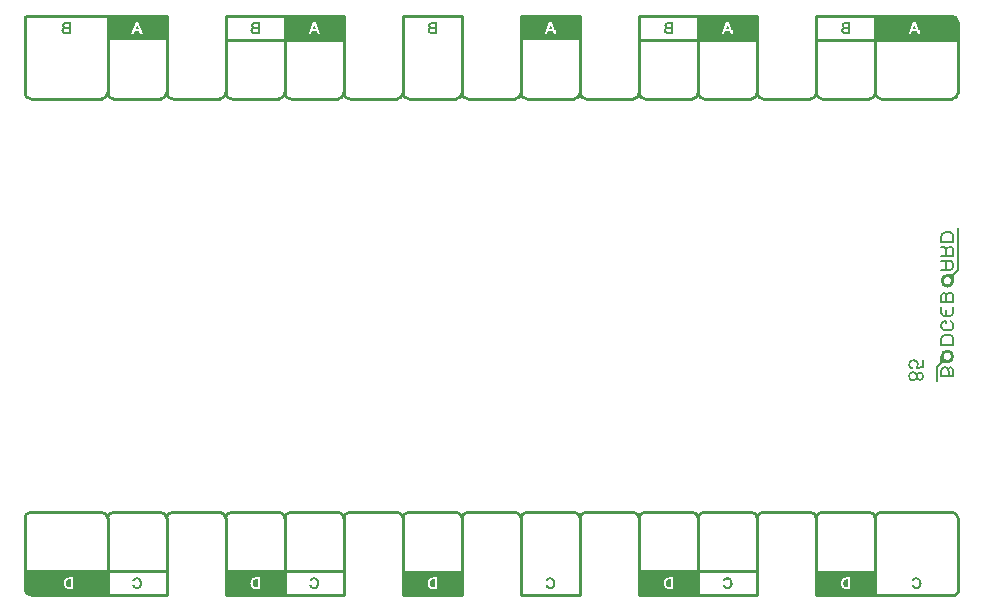
<source format=gbo>
G04*
G04 #@! TF.GenerationSoftware,Altium Limited,Altium Designer,24.6.1 (21)*
G04*
G04 Layer_Color=32896*
%FSLAX44Y44*%
%MOMM*%
G71*
G04*
G04 #@! TF.SameCoordinates,D3BBE74D-FBB0-432F-9B48-3D12EA20F86B*
G04*
G04*
G04 #@! TF.FilePolarity,Positive*
G04*
G01*
G75*
%ADD10C,0.2000*%
%ADD11C,0.2000*%
%ADD13C,0.2500*%
%ADD19R,0.4750X0.2500*%
%ADD20R,0.3000X0.2500*%
%ADD21R,0.6250X0.2500*%
%ADD22R,0.4000X1.5750*%
%ADD23R,0.3750X0.5500*%
G36*
X250055Y-480042D02*
X250416Y-480084D01*
X250735Y-480153D01*
X251054Y-480236D01*
X251331Y-480333D01*
X251609Y-480444D01*
X251845Y-480569D01*
X252066Y-480694D01*
X252274Y-480819D01*
X252441Y-480943D01*
X252593Y-481054D01*
X252718Y-481152D01*
X252815Y-481235D01*
X252885Y-481304D01*
X252926Y-481346D01*
X252940Y-481359D01*
X253162Y-481623D01*
X253342Y-481900D01*
X253509Y-482192D01*
X253647Y-482497D01*
X253772Y-482816D01*
X253869Y-483121D01*
X253953Y-483426D01*
X254022Y-483717D01*
X254077Y-484008D01*
X254105Y-484258D01*
X254133Y-484494D01*
X254160Y-484688D01*
Y-484854D01*
X254174Y-484979D01*
Y-485062D01*
Y-485076D01*
Y-485090D01*
X254160Y-485506D01*
X254119Y-485895D01*
X254063Y-486269D01*
X253980Y-486602D01*
X253897Y-486921D01*
X253786Y-487226D01*
X253675Y-487489D01*
X253564Y-487725D01*
X253453Y-487947D01*
X253342Y-488141D01*
X253231Y-488294D01*
X253148Y-488432D01*
X253065Y-488530D01*
X253009Y-488613D01*
X252968Y-488654D01*
X252954Y-488668D01*
X252718Y-488904D01*
X252468Y-489098D01*
X252205Y-489278D01*
X251942Y-489417D01*
X251678Y-489542D01*
X251415Y-489653D01*
X251165Y-489736D01*
X250929Y-489805D01*
X250693Y-489861D01*
X250485Y-489902D01*
X250291Y-489930D01*
X250139Y-489944D01*
X250000Y-489958D01*
X249903Y-489972D01*
X249820D01*
X249528Y-489958D01*
X249265Y-489944D01*
X249001Y-489902D01*
X248766Y-489847D01*
X248544Y-489791D01*
X248336Y-489736D01*
X248142Y-489667D01*
X247961Y-489584D01*
X247809Y-489514D01*
X247670Y-489445D01*
X247545Y-489389D01*
X247448Y-489334D01*
X247365Y-489278D01*
X247309Y-489237D01*
X247282Y-489223D01*
X247268Y-489209D01*
X247088Y-489057D01*
X246921Y-488890D01*
X246616Y-488516D01*
X246366Y-488127D01*
X246172Y-487753D01*
X246089Y-487573D01*
X246020Y-487406D01*
X245964Y-487254D01*
X245909Y-487129D01*
X245867Y-487018D01*
X245839Y-486935D01*
X245826Y-486879D01*
Y-486865D01*
X247712Y-486283D01*
X247823Y-486657D01*
X247947Y-486976D01*
X248072Y-487240D01*
X248211Y-487462D01*
X248322Y-487628D01*
X248419Y-487739D01*
X248488Y-487808D01*
X248516Y-487836D01*
X248738Y-488003D01*
X248960Y-488113D01*
X249182Y-488197D01*
X249376Y-488266D01*
X249556Y-488294D01*
X249709Y-488308D01*
X249764Y-488321D01*
X249834D01*
X250028Y-488308D01*
X250208Y-488294D01*
X250541Y-488197D01*
X250832Y-488086D01*
X251068Y-487933D01*
X251262Y-487794D01*
X251401Y-487683D01*
X251456Y-487628D01*
X251498Y-487586D01*
X251512Y-487573D01*
X251525Y-487559D01*
X251636Y-487406D01*
X251733Y-487226D01*
X251831Y-487032D01*
X251900Y-486824D01*
X252011Y-486394D01*
X252094Y-485964D01*
X252122Y-485756D01*
X252136Y-485575D01*
X252163Y-485395D01*
Y-485243D01*
X252177Y-485132D01*
Y-485035D01*
Y-484965D01*
Y-484951D01*
X252163Y-484632D01*
X252150Y-484341D01*
X252122Y-484078D01*
X252080Y-483828D01*
X252025Y-483606D01*
X251969Y-483398D01*
X251914Y-483218D01*
X251845Y-483051D01*
X251789Y-482913D01*
X251733Y-482788D01*
X251678Y-482691D01*
X251623Y-482608D01*
X251581Y-482538D01*
X251553Y-482497D01*
X251525Y-482469D01*
Y-482455D01*
X251401Y-482316D01*
X251262Y-482192D01*
X251123Y-482094D01*
X250971Y-482011D01*
X250679Y-481873D01*
X250402Y-481776D01*
X250166Y-481720D01*
X250055Y-481706D01*
X249972Y-481692D01*
X249889Y-481679D01*
X249792D01*
X249515Y-481692D01*
X249265Y-481748D01*
X249043Y-481817D01*
X248849Y-481900D01*
X248696Y-481984D01*
X248585Y-482053D01*
X248516Y-482108D01*
X248488Y-482122D01*
X248308Y-482289D01*
X248142Y-482483D01*
X248017Y-482677D01*
X247920Y-482871D01*
X247850Y-483038D01*
X247809Y-483162D01*
X247781Y-483218D01*
Y-483260D01*
X247767Y-483273D01*
Y-483287D01*
X245853Y-482830D01*
X245992Y-482427D01*
X246145Y-482081D01*
X246311Y-481776D01*
X246464Y-481526D01*
X246616Y-481332D01*
X246672Y-481249D01*
X246727Y-481179D01*
X246769Y-481138D01*
X246810Y-481096D01*
X246824Y-481068D01*
X246838D01*
X247046Y-480888D01*
X247282Y-480722D01*
X247504Y-480583D01*
X247739Y-480472D01*
X247989Y-480361D01*
X248225Y-480278D01*
X248461Y-480208D01*
X248682Y-480153D01*
X248890Y-480111D01*
X249085Y-480084D01*
X249251Y-480056D01*
X249404Y-480042D01*
X249528Y-480028D01*
X249695D01*
X250055Y-480042D01*
D02*
G37*
G36*
X44021Y-19803D02*
X40431D01*
X40122Y-19794D01*
X39606D01*
X39391Y-19785D01*
X39203D01*
X39035Y-19775D01*
X38894D01*
X38772Y-19766D01*
X38669D01*
X38585Y-19757D01*
X38519D01*
X38472Y-19747D01*
X38416D01*
X38135Y-19700D01*
X37891Y-19635D01*
X37666Y-19560D01*
X37479Y-19485D01*
X37404Y-19447D01*
X37329Y-19410D01*
X37263Y-19372D01*
X37216Y-19344D01*
X37179Y-19325D01*
X37151Y-19307D01*
X37132Y-19288D01*
X37123D01*
X36935Y-19138D01*
X36767Y-18979D01*
X36626Y-18819D01*
X36504Y-18660D01*
X36410Y-18519D01*
X36373Y-18454D01*
X36345Y-18407D01*
X36317Y-18360D01*
X36298Y-18332D01*
X36288Y-18313D01*
Y-18304D01*
X36185Y-18069D01*
X36110Y-17835D01*
X36054Y-17620D01*
X36017Y-17432D01*
X35998Y-17263D01*
X35989Y-17198D01*
X35979Y-17142D01*
Y-17095D01*
Y-17057D01*
Y-17039D01*
Y-17029D01*
X35989Y-16879D01*
X35998Y-16729D01*
X36054Y-16448D01*
X36129Y-16204D01*
X36176Y-16092D01*
X36214Y-15998D01*
X36260Y-15904D01*
X36307Y-15820D01*
X36345Y-15754D01*
X36382Y-15698D01*
X36410Y-15651D01*
X36438Y-15614D01*
X36448Y-15595D01*
X36457Y-15586D01*
X36551Y-15473D01*
X36645Y-15370D01*
X36860Y-15183D01*
X37085Y-15033D01*
X37301Y-14911D01*
X37497Y-14817D01*
X37582Y-14780D01*
X37657Y-14752D01*
X37713Y-14733D01*
X37760Y-14714D01*
X37788Y-14705D01*
X37798D01*
X37582Y-14583D01*
X37385Y-14452D01*
X37216Y-14311D01*
X37076Y-14180D01*
X36963Y-14058D01*
X36879Y-13955D01*
X36851Y-13917D01*
X36832Y-13889D01*
X36813Y-13871D01*
Y-13861D01*
X36692Y-13646D01*
X36598Y-13430D01*
X36532Y-13224D01*
X36495Y-13027D01*
X36467Y-12868D01*
X36457Y-12793D01*
Y-12737D01*
X36448Y-12690D01*
Y-12652D01*
Y-12633D01*
Y-12624D01*
X36457Y-12399D01*
X36495Y-12184D01*
X36542Y-11996D01*
X36598Y-11827D01*
X36654Y-11687D01*
X36682Y-11631D01*
X36701Y-11584D01*
X36720Y-11546D01*
X36738Y-11518D01*
X36748Y-11509D01*
Y-11499D01*
X36860Y-11321D01*
X36982Y-11162D01*
X37113Y-11021D01*
X37226Y-10909D01*
X37329Y-10815D01*
X37413Y-10749D01*
X37469Y-10703D01*
X37479Y-10693D01*
X37488D01*
X37657Y-10590D01*
X37835Y-10506D01*
X37994Y-10440D01*
X38154Y-10384D01*
X38294Y-10346D01*
X38397Y-10318D01*
X38435Y-10309D01*
X38463Y-10300D01*
X38491D01*
X38603Y-10281D01*
X38725Y-10262D01*
X38988Y-10243D01*
X39269Y-10225D01*
X39550Y-10206D01*
X39794D01*
X39906Y-10196D01*
X44021D01*
Y-19803D01*
D02*
G37*
G36*
X450056Y-480042D02*
X450416Y-480084D01*
X450735Y-480153D01*
X451054Y-480236D01*
X451331Y-480333D01*
X451609Y-480444D01*
X451844Y-480569D01*
X452066Y-480694D01*
X452274Y-480819D01*
X452441Y-480943D01*
X452593Y-481054D01*
X452718Y-481152D01*
X452815Y-481235D01*
X452885Y-481304D01*
X452926Y-481346D01*
X452940Y-481359D01*
X453162Y-481623D01*
X453342Y-481900D01*
X453509Y-482192D01*
X453647Y-482497D01*
X453772Y-482816D01*
X453869Y-483121D01*
X453952Y-483426D01*
X454022Y-483717D01*
X454077Y-484008D01*
X454105Y-484258D01*
X454133Y-484494D01*
X454160Y-484688D01*
Y-484854D01*
X454174Y-484979D01*
Y-485062D01*
Y-485076D01*
Y-485090D01*
X454160Y-485506D01*
X454119Y-485895D01*
X454063Y-486269D01*
X453980Y-486602D01*
X453897Y-486921D01*
X453786Y-487226D01*
X453675Y-487489D01*
X453564Y-487725D01*
X453453Y-487947D01*
X453342Y-488141D01*
X453231Y-488294D01*
X453148Y-488432D01*
X453065Y-488530D01*
X453009Y-488613D01*
X452968Y-488654D01*
X452954Y-488668D01*
X452718Y-488904D01*
X452469Y-489098D01*
X452205Y-489278D01*
X451942Y-489417D01*
X451678Y-489542D01*
X451415Y-489653D01*
X451165Y-489736D01*
X450929Y-489805D01*
X450693Y-489861D01*
X450485Y-489902D01*
X450291Y-489930D01*
X450139Y-489944D01*
X450000Y-489958D01*
X449903Y-489972D01*
X449820D01*
X449529Y-489958D01*
X449265Y-489944D01*
X449002Y-489902D01*
X448766Y-489847D01*
X448544Y-489791D01*
X448336Y-489736D01*
X448142Y-489667D01*
X447961Y-489584D01*
X447809Y-489514D01*
X447670Y-489445D01*
X447545Y-489389D01*
X447448Y-489334D01*
X447365Y-489278D01*
X447309Y-489237D01*
X447282Y-489223D01*
X447268Y-489209D01*
X447088Y-489057D01*
X446921Y-488890D01*
X446616Y-488516D01*
X446367Y-488127D01*
X446172Y-487753D01*
X446089Y-487573D01*
X446020Y-487406D01*
X445964Y-487254D01*
X445909Y-487129D01*
X445867Y-487018D01*
X445840Y-486935D01*
X445826Y-486879D01*
Y-486865D01*
X447712Y-486283D01*
X447823Y-486657D01*
X447948Y-486976D01*
X448072Y-487240D01*
X448211Y-487462D01*
X448322Y-487628D01*
X448419Y-487739D01*
X448488Y-487808D01*
X448516Y-487836D01*
X448738Y-488003D01*
X448960Y-488113D01*
X449182Y-488197D01*
X449376Y-488266D01*
X449556Y-488294D01*
X449709Y-488308D01*
X449764Y-488321D01*
X449834D01*
X450028Y-488308D01*
X450208Y-488294D01*
X450541Y-488197D01*
X450832Y-488086D01*
X451068Y-487933D01*
X451262Y-487794D01*
X451401Y-487683D01*
X451456Y-487628D01*
X451498Y-487586D01*
X451512Y-487573D01*
X451525Y-487559D01*
X451637Y-487406D01*
X451734Y-487226D01*
X451831Y-487032D01*
X451900Y-486824D01*
X452011Y-486394D01*
X452094Y-485964D01*
X452122Y-485756D01*
X452136Y-485575D01*
X452164Y-485395D01*
Y-485243D01*
X452177Y-485132D01*
Y-485035D01*
Y-484965D01*
Y-484951D01*
X452164Y-484632D01*
X452150Y-484341D01*
X452122Y-484078D01*
X452080Y-483828D01*
X452025Y-483606D01*
X451969Y-483398D01*
X451914Y-483218D01*
X451844Y-483051D01*
X451789Y-482913D01*
X451734Y-482788D01*
X451678Y-482691D01*
X451623Y-482608D01*
X451581Y-482538D01*
X451553Y-482497D01*
X451525Y-482469D01*
Y-482455D01*
X451401Y-482316D01*
X451262Y-482192D01*
X451123Y-482094D01*
X450971Y-482011D01*
X450680Y-481873D01*
X450402Y-481776D01*
X450166Y-481720D01*
X450056Y-481706D01*
X449972Y-481692D01*
X449889Y-481679D01*
X449792D01*
X449515Y-481692D01*
X449265Y-481748D01*
X449043Y-481817D01*
X448849Y-481900D01*
X448696Y-481984D01*
X448585Y-482053D01*
X448516Y-482108D01*
X448488Y-482122D01*
X448308Y-482289D01*
X448142Y-482483D01*
X448017Y-482677D01*
X447920Y-482871D01*
X447850Y-483038D01*
X447809Y-483162D01*
X447781Y-483218D01*
Y-483260D01*
X447767Y-483273D01*
Y-483287D01*
X445853Y-482830D01*
X445992Y-482427D01*
X446145Y-482081D01*
X446311Y-481776D01*
X446464Y-481526D01*
X446616Y-481332D01*
X446672Y-481249D01*
X446727Y-481179D01*
X446769Y-481138D01*
X446810Y-481096D01*
X446824Y-481068D01*
X446838D01*
X447046Y-480888D01*
X447282Y-480722D01*
X447504Y-480583D01*
X447739Y-480472D01*
X447989Y-480361D01*
X448225Y-480278D01*
X448461Y-480208D01*
X448683Y-480153D01*
X448890Y-480111D01*
X449085Y-480084D01*
X449251Y-480056D01*
X449404Y-480042D01*
X449529Y-480028D01*
X449695D01*
X450056Y-480042D01*
D02*
G37*
G36*
X475000Y-25000D02*
X425000D01*
Y-5000D01*
X475000D01*
Y-25000D01*
D02*
G37*
G36*
X225000Y-475000D02*
Y-495000D01*
X175000D01*
Y-475000D01*
X225000D01*
D02*
G37*
G36*
X275000Y-5000D02*
Y-25000D01*
X225000D01*
Y-5000D01*
X275000D01*
D02*
G37*
G36*
X554021Y-19803D02*
X550431D01*
X550122Y-19794D01*
X549606D01*
X549391Y-19785D01*
X549203D01*
X549035Y-19775D01*
X548894D01*
X548772Y-19766D01*
X548669D01*
X548585Y-19757D01*
X548519D01*
X548472Y-19747D01*
X548416D01*
X548135Y-19700D01*
X547891Y-19635D01*
X547666Y-19560D01*
X547479Y-19485D01*
X547404Y-19447D01*
X547329Y-19410D01*
X547263Y-19372D01*
X547216Y-19344D01*
X547179Y-19325D01*
X547151Y-19307D01*
X547132Y-19288D01*
X547123D01*
X546935Y-19138D01*
X546767Y-18979D01*
X546626Y-18819D01*
X546504Y-18660D01*
X546410Y-18519D01*
X546373Y-18454D01*
X546345Y-18407D01*
X546317Y-18360D01*
X546298Y-18332D01*
X546288Y-18313D01*
Y-18304D01*
X546185Y-18069D01*
X546110Y-17835D01*
X546054Y-17620D01*
X546017Y-17432D01*
X545998Y-17263D01*
X545989Y-17198D01*
X545979Y-17142D01*
Y-17095D01*
Y-17057D01*
Y-17039D01*
Y-17029D01*
X545989Y-16879D01*
X545998Y-16729D01*
X546054Y-16448D01*
X546129Y-16204D01*
X546176Y-16092D01*
X546213Y-15998D01*
X546260Y-15904D01*
X546307Y-15820D01*
X546345Y-15754D01*
X546382Y-15698D01*
X546410Y-15651D01*
X546438Y-15614D01*
X546448Y-15595D01*
X546457Y-15586D01*
X546551Y-15473D01*
X546645Y-15370D01*
X546860Y-15183D01*
X547085Y-15033D01*
X547301Y-14911D01*
X547498Y-14817D01*
X547582Y-14780D01*
X547657Y-14752D01*
X547713Y-14733D01*
X547760Y-14714D01*
X547788Y-14705D01*
X547798D01*
X547582Y-14583D01*
X547385Y-14452D01*
X547216Y-14311D01*
X547076Y-14180D01*
X546963Y-14058D01*
X546879Y-13955D01*
X546851Y-13917D01*
X546832Y-13889D01*
X546813Y-13871D01*
Y-13861D01*
X546692Y-13646D01*
X546598Y-13430D01*
X546532Y-13224D01*
X546495Y-13027D01*
X546467Y-12868D01*
X546457Y-12793D01*
Y-12737D01*
X546448Y-12690D01*
Y-12652D01*
Y-12633D01*
Y-12624D01*
X546457Y-12399D01*
X546495Y-12184D01*
X546542Y-11996D01*
X546598Y-11827D01*
X546654Y-11687D01*
X546682Y-11631D01*
X546701Y-11584D01*
X546720Y-11546D01*
X546738Y-11518D01*
X546748Y-11509D01*
Y-11499D01*
X546860Y-11321D01*
X546982Y-11162D01*
X547113Y-11021D01*
X547226Y-10909D01*
X547329Y-10815D01*
X547413Y-10749D01*
X547469Y-10703D01*
X547479Y-10693D01*
X547488D01*
X547657Y-10590D01*
X547835Y-10506D01*
X547994Y-10440D01*
X548154Y-10384D01*
X548294Y-10346D01*
X548397Y-10318D01*
X548435Y-10309D01*
X548463Y-10300D01*
X548491D01*
X548604Y-10281D01*
X548725Y-10262D01*
X548988Y-10243D01*
X549269Y-10225D01*
X549550Y-10206D01*
X549794D01*
X549906Y-10196D01*
X554021D01*
Y-19803D01*
D02*
G37*
G36*
X354021D02*
X350431D01*
X350122Y-19794D01*
X349606D01*
X349391Y-19785D01*
X349203D01*
X349035Y-19775D01*
X348894D01*
X348772Y-19766D01*
X348669D01*
X348585Y-19757D01*
X348519D01*
X348472Y-19747D01*
X348416D01*
X348135Y-19700D01*
X347891Y-19635D01*
X347666Y-19560D01*
X347479Y-19485D01*
X347404Y-19447D01*
X347329Y-19410D01*
X347263Y-19372D01*
X347216Y-19344D01*
X347179Y-19325D01*
X347151Y-19307D01*
X347132Y-19288D01*
X347123D01*
X346935Y-19138D01*
X346767Y-18979D01*
X346626Y-18819D01*
X346504Y-18660D01*
X346410Y-18519D01*
X346373Y-18454D01*
X346345Y-18407D01*
X346317Y-18360D01*
X346298Y-18332D01*
X346288Y-18313D01*
Y-18304D01*
X346185Y-18069D01*
X346110Y-17835D01*
X346054Y-17620D01*
X346017Y-17432D01*
X345998Y-17263D01*
X345989Y-17198D01*
X345979Y-17142D01*
Y-17095D01*
Y-17057D01*
Y-17039D01*
Y-17029D01*
X345989Y-16879D01*
X345998Y-16729D01*
X346054Y-16448D01*
X346129Y-16204D01*
X346176Y-16092D01*
X346213Y-15998D01*
X346260Y-15904D01*
X346307Y-15820D01*
X346345Y-15754D01*
X346382Y-15698D01*
X346410Y-15651D01*
X346438Y-15614D01*
X346448Y-15595D01*
X346457Y-15586D01*
X346551Y-15473D01*
X346645Y-15370D01*
X346860Y-15183D01*
X347085Y-15033D01*
X347301Y-14911D01*
X347497Y-14817D01*
X347582Y-14780D01*
X347657Y-14752D01*
X347713Y-14733D01*
X347760Y-14714D01*
X347788Y-14705D01*
X347798D01*
X347582Y-14583D01*
X347385Y-14452D01*
X347216Y-14311D01*
X347076Y-14180D01*
X346963Y-14058D01*
X346879Y-13955D01*
X346851Y-13917D01*
X346832Y-13889D01*
X346813Y-13871D01*
Y-13861D01*
X346692Y-13646D01*
X346598Y-13430D01*
X346532Y-13224D01*
X346495Y-13027D01*
X346466Y-12868D01*
X346457Y-12793D01*
Y-12737D01*
X346448Y-12690D01*
Y-12652D01*
Y-12633D01*
Y-12624D01*
X346457Y-12399D01*
X346495Y-12184D01*
X346541Y-11996D01*
X346598Y-11827D01*
X346654Y-11687D01*
X346682Y-11631D01*
X346701Y-11584D01*
X346720Y-11546D01*
X346738Y-11518D01*
X346748Y-11509D01*
Y-11499D01*
X346860Y-11321D01*
X346982Y-11162D01*
X347113Y-11021D01*
X347226Y-10909D01*
X347329Y-10815D01*
X347413Y-10749D01*
X347469Y-10703D01*
X347479Y-10693D01*
X347488D01*
X347657Y-10590D01*
X347835Y-10506D01*
X347994Y-10440D01*
X348154Y-10384D01*
X348294Y-10346D01*
X348397Y-10318D01*
X348435Y-10309D01*
X348463Y-10300D01*
X348491D01*
X348604Y-10281D01*
X348725Y-10262D01*
X348988Y-10243D01*
X349269Y-10225D01*
X349550Y-10206D01*
X349794D01*
X349906Y-10196D01*
X354021D01*
Y-19803D01*
D02*
G37*
G36*
X125000Y-5000D02*
Y-25000D01*
X75000D01*
Y-5000D01*
X125000D01*
D02*
G37*
G36*
X791000Y-25000D02*
X725000D01*
Y-5000D01*
X791000D01*
Y-25000D01*
D02*
G37*
G36*
X575000Y-475000D02*
Y-495000D01*
X525000D01*
Y-475000D01*
X575000D01*
D02*
G37*
G36*
X600056Y-480042D02*
X600416Y-480084D01*
X600735Y-480153D01*
X601054Y-480236D01*
X601331Y-480333D01*
X601609Y-480444D01*
X601844Y-480569D01*
X602066Y-480694D01*
X602274Y-480819D01*
X602441Y-480943D01*
X602593Y-481054D01*
X602718Y-481152D01*
X602815Y-481235D01*
X602885Y-481304D01*
X602926Y-481346D01*
X602940Y-481359D01*
X603162Y-481623D01*
X603342Y-481900D01*
X603509Y-482192D01*
X603647Y-482497D01*
X603772Y-482816D01*
X603869Y-483121D01*
X603952Y-483426D01*
X604022Y-483717D01*
X604077Y-484008D01*
X604105Y-484258D01*
X604133Y-484494D01*
X604160Y-484688D01*
Y-484854D01*
X604174Y-484979D01*
Y-485062D01*
Y-485076D01*
Y-485090D01*
X604160Y-485506D01*
X604119Y-485895D01*
X604063Y-486269D01*
X603980Y-486602D01*
X603897Y-486921D01*
X603786Y-487226D01*
X603675Y-487489D01*
X603564Y-487725D01*
X603453Y-487947D01*
X603342Y-488141D01*
X603231Y-488294D01*
X603148Y-488432D01*
X603065Y-488530D01*
X603009Y-488613D01*
X602968Y-488654D01*
X602954Y-488668D01*
X602718Y-488904D01*
X602469Y-489098D01*
X602205Y-489278D01*
X601942Y-489417D01*
X601678Y-489542D01*
X601415Y-489653D01*
X601165Y-489736D01*
X600929Y-489805D01*
X600693Y-489861D01*
X600485Y-489902D01*
X600291Y-489930D01*
X600139Y-489944D01*
X600000Y-489958D01*
X599903Y-489972D01*
X599820D01*
X599529Y-489958D01*
X599265Y-489944D01*
X599002Y-489902D01*
X598766Y-489847D01*
X598544Y-489791D01*
X598336Y-489736D01*
X598142Y-489667D01*
X597961Y-489584D01*
X597809Y-489514D01*
X597670Y-489445D01*
X597545Y-489389D01*
X597448Y-489334D01*
X597365Y-489278D01*
X597309Y-489237D01*
X597282Y-489223D01*
X597268Y-489209D01*
X597088Y-489057D01*
X596921Y-488890D01*
X596616Y-488516D01*
X596367Y-488127D01*
X596172Y-487753D01*
X596089Y-487573D01*
X596020Y-487406D01*
X595964Y-487254D01*
X595909Y-487129D01*
X595867Y-487018D01*
X595840Y-486935D01*
X595826Y-486879D01*
Y-486865D01*
X597712Y-486283D01*
X597823Y-486657D01*
X597948Y-486976D01*
X598072Y-487240D01*
X598211Y-487462D01*
X598322Y-487628D01*
X598419Y-487739D01*
X598488Y-487808D01*
X598516Y-487836D01*
X598738Y-488003D01*
X598960Y-488113D01*
X599182Y-488197D01*
X599376Y-488266D01*
X599556Y-488294D01*
X599709Y-488308D01*
X599764Y-488321D01*
X599834D01*
X600028Y-488308D01*
X600208Y-488294D01*
X600541Y-488197D01*
X600832Y-488086D01*
X601068Y-487933D01*
X601262Y-487794D01*
X601401Y-487683D01*
X601456Y-487628D01*
X601498Y-487586D01*
X601512Y-487573D01*
X601525Y-487559D01*
X601637Y-487406D01*
X601734Y-487226D01*
X601831Y-487032D01*
X601900Y-486824D01*
X602011Y-486394D01*
X602094Y-485964D01*
X602122Y-485756D01*
X602136Y-485575D01*
X602164Y-485395D01*
Y-485243D01*
X602177Y-485132D01*
Y-485035D01*
Y-484965D01*
Y-484951D01*
X602164Y-484632D01*
X602150Y-484341D01*
X602122Y-484078D01*
X602080Y-483828D01*
X602025Y-483606D01*
X601969Y-483398D01*
X601914Y-483218D01*
X601844Y-483051D01*
X601789Y-482913D01*
X601734Y-482788D01*
X601678Y-482691D01*
X601623Y-482608D01*
X601581Y-482538D01*
X601553Y-482497D01*
X601525Y-482469D01*
Y-482455D01*
X601401Y-482316D01*
X601262Y-482192D01*
X601123Y-482094D01*
X600971Y-482011D01*
X600680Y-481873D01*
X600402Y-481776D01*
X600166Y-481720D01*
X600056Y-481706D01*
X599972Y-481692D01*
X599889Y-481679D01*
X599792D01*
X599515Y-481692D01*
X599265Y-481748D01*
X599043Y-481817D01*
X598849Y-481900D01*
X598696Y-481984D01*
X598585Y-482053D01*
X598516Y-482108D01*
X598488Y-482122D01*
X598308Y-482289D01*
X598142Y-482483D01*
X598017Y-482677D01*
X597920Y-482871D01*
X597850Y-483038D01*
X597809Y-483162D01*
X597781Y-483218D01*
Y-483260D01*
X597767Y-483273D01*
Y-483287D01*
X595853Y-482830D01*
X595992Y-482427D01*
X596145Y-482081D01*
X596311Y-481776D01*
X596464Y-481526D01*
X596616Y-481332D01*
X596672Y-481249D01*
X596727Y-481179D01*
X596769Y-481138D01*
X596810Y-481096D01*
X596824Y-481068D01*
X596838D01*
X597046Y-480888D01*
X597282Y-480722D01*
X597504Y-480583D01*
X597739Y-480472D01*
X597989Y-480361D01*
X598225Y-480278D01*
X598461Y-480208D01*
X598683Y-480153D01*
X598890Y-480111D01*
X599085Y-480084D01*
X599251Y-480056D01*
X599404Y-480042D01*
X599529Y-480028D01*
X599695D01*
X600056Y-480042D01*
D02*
G37*
G36*
X204021Y-19803D02*
X200431D01*
X200122Y-19794D01*
X199606D01*
X199391Y-19785D01*
X199203D01*
X199035Y-19775D01*
X198894D01*
X198772Y-19766D01*
X198669D01*
X198585Y-19757D01*
X198519D01*
X198472Y-19747D01*
X198416D01*
X198135Y-19700D01*
X197891Y-19635D01*
X197666Y-19560D01*
X197479Y-19485D01*
X197404Y-19447D01*
X197329Y-19410D01*
X197263Y-19372D01*
X197216Y-19344D01*
X197179Y-19325D01*
X197151Y-19307D01*
X197132Y-19288D01*
X197123D01*
X196935Y-19138D01*
X196766Y-18979D01*
X196626Y-18819D01*
X196504Y-18660D01*
X196410Y-18519D01*
X196373Y-18454D01*
X196345Y-18407D01*
X196317Y-18360D01*
X196298Y-18332D01*
X196289Y-18313D01*
Y-18304D01*
X196185Y-18069D01*
X196110Y-17835D01*
X196054Y-17620D01*
X196017Y-17432D01*
X195998Y-17263D01*
X195989Y-17198D01*
X195979Y-17142D01*
Y-17095D01*
Y-17057D01*
Y-17039D01*
Y-17029D01*
X195989Y-16879D01*
X195998Y-16729D01*
X196054Y-16448D01*
X196129Y-16204D01*
X196176Y-16092D01*
X196213Y-15998D01*
X196260Y-15904D01*
X196307Y-15820D01*
X196345Y-15754D01*
X196382Y-15698D01*
X196410Y-15651D01*
X196438Y-15614D01*
X196448Y-15595D01*
X196457Y-15586D01*
X196551Y-15473D01*
X196645Y-15370D01*
X196860Y-15183D01*
X197085Y-15033D01*
X197301Y-14911D01*
X197498Y-14817D01*
X197582Y-14780D01*
X197657Y-14752D01*
X197713Y-14733D01*
X197760Y-14714D01*
X197788Y-14705D01*
X197797D01*
X197582Y-14583D01*
X197385Y-14452D01*
X197216Y-14311D01*
X197076Y-14180D01*
X196963Y-14058D01*
X196879Y-13955D01*
X196851Y-13917D01*
X196832Y-13889D01*
X196813Y-13871D01*
Y-13861D01*
X196691Y-13646D01*
X196598Y-13430D01*
X196532Y-13224D01*
X196495Y-13027D01*
X196467Y-12868D01*
X196457Y-12793D01*
Y-12737D01*
X196448Y-12690D01*
Y-12652D01*
Y-12633D01*
Y-12624D01*
X196457Y-12399D01*
X196495Y-12184D01*
X196542Y-11996D01*
X196598Y-11827D01*
X196654Y-11687D01*
X196682Y-11631D01*
X196701Y-11584D01*
X196720Y-11546D01*
X196738Y-11518D01*
X196748Y-11509D01*
Y-11499D01*
X196860Y-11321D01*
X196982Y-11162D01*
X197113Y-11021D01*
X197226Y-10909D01*
X197329Y-10815D01*
X197413Y-10749D01*
X197469Y-10703D01*
X197479Y-10693D01*
X197488D01*
X197657Y-10590D01*
X197835Y-10506D01*
X197994Y-10440D01*
X198154Y-10384D01*
X198294Y-10346D01*
X198397Y-10318D01*
X198435Y-10309D01*
X198463Y-10300D01*
X198491D01*
X198603Y-10281D01*
X198725Y-10262D01*
X198988Y-10243D01*
X199269Y-10225D01*
X199550Y-10206D01*
X199794D01*
X199906Y-10196D01*
X204021D01*
Y-19803D01*
D02*
G37*
G36*
X760055Y-480042D02*
X760416Y-480084D01*
X760735Y-480153D01*
X761054Y-480236D01*
X761331Y-480333D01*
X761609Y-480444D01*
X761844Y-480569D01*
X762066Y-480694D01*
X762274Y-480819D01*
X762441Y-480943D01*
X762593Y-481054D01*
X762718Y-481152D01*
X762815Y-481235D01*
X762885Y-481304D01*
X762926Y-481346D01*
X762940Y-481359D01*
X763162Y-481623D01*
X763342Y-481900D01*
X763509Y-482192D01*
X763647Y-482497D01*
X763772Y-482816D01*
X763869Y-483121D01*
X763952Y-483426D01*
X764022Y-483717D01*
X764077Y-484008D01*
X764105Y-484258D01*
X764133Y-484494D01*
X764161Y-484688D01*
Y-484854D01*
X764174Y-484979D01*
Y-485062D01*
Y-485076D01*
Y-485090D01*
X764161Y-485506D01*
X764119Y-485895D01*
X764063Y-486269D01*
X763980Y-486602D01*
X763897Y-486921D01*
X763786Y-487226D01*
X763675Y-487489D01*
X763564Y-487725D01*
X763453Y-487947D01*
X763342Y-488141D01*
X763231Y-488294D01*
X763148Y-488432D01*
X763065Y-488530D01*
X763009Y-488613D01*
X762968Y-488654D01*
X762954Y-488668D01*
X762718Y-488904D01*
X762469Y-489098D01*
X762205Y-489278D01*
X761942Y-489417D01*
X761678Y-489542D01*
X761415Y-489653D01*
X761165Y-489736D01*
X760929Y-489805D01*
X760693Y-489861D01*
X760485Y-489902D01*
X760291Y-489930D01*
X760139Y-489944D01*
X760000Y-489958D01*
X759903Y-489972D01*
X759820D01*
X759529Y-489958D01*
X759265Y-489944D01*
X759001Y-489902D01*
X758766Y-489847D01*
X758544Y-489791D01*
X758336Y-489736D01*
X758142Y-489667D01*
X757961Y-489584D01*
X757809Y-489514D01*
X757670Y-489445D01*
X757545Y-489389D01*
X757448Y-489334D01*
X757365Y-489278D01*
X757309Y-489237D01*
X757282Y-489223D01*
X757268Y-489209D01*
X757088Y-489057D01*
X756921Y-488890D01*
X756616Y-488516D01*
X756367Y-488127D01*
X756172Y-487753D01*
X756089Y-487573D01*
X756020Y-487406D01*
X755964Y-487254D01*
X755909Y-487129D01*
X755867Y-487018D01*
X755839Y-486935D01*
X755826Y-486879D01*
Y-486865D01*
X757712Y-486283D01*
X757823Y-486657D01*
X757947Y-486976D01*
X758072Y-487240D01*
X758211Y-487462D01*
X758322Y-487628D01*
X758419Y-487739D01*
X758488Y-487808D01*
X758516Y-487836D01*
X758738Y-488003D01*
X758960Y-488113D01*
X759182Y-488197D01*
X759376Y-488266D01*
X759556Y-488294D01*
X759709Y-488308D01*
X759764Y-488321D01*
X759834D01*
X760028Y-488308D01*
X760208Y-488294D01*
X760541Y-488197D01*
X760832Y-488086D01*
X761068Y-487933D01*
X761262Y-487794D01*
X761401Y-487683D01*
X761456Y-487628D01*
X761498Y-487586D01*
X761512Y-487573D01*
X761525Y-487559D01*
X761636Y-487406D01*
X761733Y-487226D01*
X761831Y-487032D01*
X761900Y-486824D01*
X762011Y-486394D01*
X762094Y-485964D01*
X762122Y-485756D01*
X762136Y-485575D01*
X762163Y-485395D01*
Y-485243D01*
X762177Y-485132D01*
Y-485035D01*
Y-484965D01*
Y-484951D01*
X762163Y-484632D01*
X762150Y-484341D01*
X762122Y-484078D01*
X762080Y-483828D01*
X762025Y-483606D01*
X761969Y-483398D01*
X761914Y-483218D01*
X761844Y-483051D01*
X761789Y-482913D01*
X761733Y-482788D01*
X761678Y-482691D01*
X761623Y-482608D01*
X761581Y-482538D01*
X761553Y-482497D01*
X761525Y-482469D01*
Y-482455D01*
X761401Y-482316D01*
X761262Y-482192D01*
X761123Y-482094D01*
X760971Y-482011D01*
X760679Y-481873D01*
X760402Y-481776D01*
X760166Y-481720D01*
X760055Y-481706D01*
X759972Y-481692D01*
X759889Y-481679D01*
X759792D01*
X759515Y-481692D01*
X759265Y-481748D01*
X759043Y-481817D01*
X758849Y-481900D01*
X758696Y-481984D01*
X758585Y-482053D01*
X758516Y-482108D01*
X758488Y-482122D01*
X758308Y-482289D01*
X758142Y-482483D01*
X758017Y-482677D01*
X757920Y-482871D01*
X757850Y-483038D01*
X757809Y-483162D01*
X757781Y-483218D01*
Y-483260D01*
X757767Y-483273D01*
Y-483287D01*
X755853Y-482830D01*
X755992Y-482427D01*
X756145Y-482081D01*
X756311Y-481776D01*
X756463Y-481526D01*
X756616Y-481332D01*
X756672Y-481249D01*
X756727Y-481179D01*
X756769Y-481138D01*
X756810Y-481096D01*
X756824Y-481068D01*
X756838D01*
X757046Y-480888D01*
X757282Y-480722D01*
X757504Y-480583D01*
X757739Y-480472D01*
X757989Y-480361D01*
X758225Y-480278D01*
X758461Y-480208D01*
X758682Y-480153D01*
X758891Y-480111D01*
X759085Y-480084D01*
X759251Y-480056D01*
X759404Y-480042D01*
X759529Y-480028D01*
X759695D01*
X760055Y-480042D01*
D02*
G37*
G36*
X625000Y-25000D02*
X575000D01*
Y-5000D01*
X625000D01*
Y-25000D01*
D02*
G37*
G36*
X725000Y-475000D02*
Y-495000D01*
X675000D01*
Y-475000D01*
X725000D01*
D02*
G37*
G36*
X100056Y-480042D02*
X100416Y-480084D01*
X100735Y-480153D01*
X101054Y-480236D01*
X101331Y-480333D01*
X101609Y-480444D01*
X101845Y-480569D01*
X102066Y-480694D01*
X102274Y-480819D01*
X102441Y-480943D01*
X102593Y-481054D01*
X102718Y-481152D01*
X102815Y-481235D01*
X102885Y-481304D01*
X102926Y-481346D01*
X102940Y-481359D01*
X103162Y-481623D01*
X103342Y-481900D01*
X103509Y-482192D01*
X103647Y-482497D01*
X103772Y-482816D01*
X103869Y-483121D01*
X103953Y-483426D01*
X104022Y-483717D01*
X104077Y-484008D01*
X104105Y-484258D01*
X104133Y-484494D01*
X104160Y-484688D01*
Y-484854D01*
X104174Y-484979D01*
Y-485062D01*
Y-485076D01*
Y-485090D01*
X104160Y-485506D01*
X104119Y-485895D01*
X104063Y-486269D01*
X103980Y-486602D01*
X103897Y-486921D01*
X103786Y-487226D01*
X103675Y-487489D01*
X103564Y-487725D01*
X103453Y-487947D01*
X103342Y-488141D01*
X103231Y-488294D01*
X103148Y-488432D01*
X103065Y-488530D01*
X103009Y-488613D01*
X102968Y-488654D01*
X102954Y-488668D01*
X102718Y-488904D01*
X102469Y-489098D01*
X102205Y-489278D01*
X101942Y-489417D01*
X101678Y-489542D01*
X101415Y-489653D01*
X101165Y-489736D01*
X100929Y-489805D01*
X100693Y-489861D01*
X100485Y-489902D01*
X100291Y-489930D01*
X100139Y-489944D01*
X100000Y-489958D01*
X99903Y-489972D01*
X99820D01*
X99529Y-489958D01*
X99265Y-489944D01*
X99002Y-489902D01*
X98766Y-489847D01*
X98544Y-489791D01*
X98336Y-489736D01*
X98142Y-489667D01*
X97961Y-489584D01*
X97809Y-489514D01*
X97670Y-489445D01*
X97545Y-489389D01*
X97448Y-489334D01*
X97365Y-489278D01*
X97310Y-489237D01*
X97282Y-489223D01*
X97268Y-489209D01*
X97088Y-489057D01*
X96921Y-488890D01*
X96616Y-488516D01*
X96367Y-488127D01*
X96172Y-487753D01*
X96089Y-487573D01*
X96020Y-487406D01*
X95964Y-487254D01*
X95909Y-487129D01*
X95867Y-487018D01*
X95840Y-486935D01*
X95826Y-486879D01*
Y-486865D01*
X97712Y-486283D01*
X97823Y-486657D01*
X97948Y-486976D01*
X98072Y-487240D01*
X98211Y-487462D01*
X98322Y-487628D01*
X98419Y-487739D01*
X98488Y-487808D01*
X98516Y-487836D01*
X98738Y-488003D01*
X98960Y-488113D01*
X99182Y-488197D01*
X99376Y-488266D01*
X99556Y-488294D01*
X99709Y-488308D01*
X99764Y-488321D01*
X99834D01*
X100028Y-488308D01*
X100208Y-488294D01*
X100541Y-488197D01*
X100832Y-488086D01*
X101068Y-487933D01*
X101262Y-487794D01*
X101401Y-487683D01*
X101456Y-487628D01*
X101498Y-487586D01*
X101512Y-487573D01*
X101525Y-487559D01*
X101636Y-487406D01*
X101734Y-487226D01*
X101831Y-487032D01*
X101900Y-486824D01*
X102011Y-486394D01*
X102094Y-485964D01*
X102122Y-485756D01*
X102136Y-485575D01*
X102163Y-485395D01*
Y-485243D01*
X102177Y-485132D01*
Y-485035D01*
Y-484965D01*
Y-484951D01*
X102163Y-484632D01*
X102150Y-484341D01*
X102122Y-484078D01*
X102080Y-483828D01*
X102025Y-483606D01*
X101969Y-483398D01*
X101914Y-483218D01*
X101845Y-483051D01*
X101789Y-482913D01*
X101734Y-482788D01*
X101678Y-482691D01*
X101623Y-482608D01*
X101581Y-482538D01*
X101553Y-482497D01*
X101525Y-482469D01*
Y-482455D01*
X101401Y-482316D01*
X101262Y-482192D01*
X101123Y-482094D01*
X100971Y-482011D01*
X100680Y-481873D01*
X100402Y-481776D01*
X100166Y-481720D01*
X100056Y-481706D01*
X99972Y-481692D01*
X99889Y-481679D01*
X99792D01*
X99515Y-481692D01*
X99265Y-481748D01*
X99043Y-481817D01*
X98849Y-481900D01*
X98696Y-481984D01*
X98585Y-482053D01*
X98516Y-482108D01*
X98488Y-482122D01*
X98308Y-482289D01*
X98142Y-482483D01*
X98017Y-482677D01*
X97920Y-482871D01*
X97850Y-483038D01*
X97809Y-483162D01*
X97781Y-483218D01*
Y-483260D01*
X97767Y-483273D01*
Y-483287D01*
X95853Y-482830D01*
X95992Y-482427D01*
X96145Y-482081D01*
X96311Y-481776D01*
X96464Y-481526D01*
X96616Y-481332D01*
X96672Y-481249D01*
X96727Y-481179D01*
X96769Y-481138D01*
X96810Y-481096D01*
X96824Y-481068D01*
X96838D01*
X97046Y-480888D01*
X97282Y-480722D01*
X97504Y-480583D01*
X97739Y-480472D01*
X97989Y-480361D01*
X98225Y-480278D01*
X98461Y-480208D01*
X98682Y-480153D01*
X98890Y-480111D01*
X99085Y-480084D01*
X99251Y-480056D01*
X99404Y-480042D01*
X99529Y-480028D01*
X99695D01*
X100056Y-480042D01*
D02*
G37*
G36*
X375000Y-495000D02*
X325000D01*
Y-475000D01*
X375000D01*
Y-495000D01*
D02*
G37*
G36*
X704021Y-19803D02*
X700431D01*
X700122Y-19794D01*
X699606D01*
X699391Y-19785D01*
X699203D01*
X699035Y-19775D01*
X698894D01*
X698772Y-19766D01*
X698669D01*
X698585Y-19757D01*
X698519D01*
X698472Y-19747D01*
X698416D01*
X698135Y-19700D01*
X697891Y-19635D01*
X697666Y-19560D01*
X697479Y-19485D01*
X697404Y-19447D01*
X697329Y-19410D01*
X697263Y-19372D01*
X697216Y-19344D01*
X697179Y-19325D01*
X697151Y-19307D01*
X697132Y-19288D01*
X697123D01*
X696935Y-19138D01*
X696767Y-18979D01*
X696626Y-18819D01*
X696504Y-18660D01*
X696410Y-18519D01*
X696373Y-18454D01*
X696345Y-18407D01*
X696317Y-18360D01*
X696298Y-18332D01*
X696289Y-18313D01*
Y-18304D01*
X696185Y-18069D01*
X696110Y-17835D01*
X696054Y-17620D01*
X696017Y-17432D01*
X695998Y-17263D01*
X695989Y-17198D01*
X695979Y-17142D01*
Y-17095D01*
Y-17057D01*
Y-17039D01*
Y-17029D01*
X695989Y-16879D01*
X695998Y-16729D01*
X696054Y-16448D01*
X696129Y-16204D01*
X696176Y-16092D01*
X696214Y-15998D01*
X696260Y-15904D01*
X696307Y-15820D01*
X696345Y-15754D01*
X696382Y-15698D01*
X696410Y-15651D01*
X696439Y-15614D01*
X696448Y-15595D01*
X696457Y-15586D01*
X696551Y-15473D01*
X696645Y-15370D01*
X696860Y-15183D01*
X697085Y-15033D01*
X697301Y-14911D01*
X697498Y-14817D01*
X697582Y-14780D01*
X697657Y-14752D01*
X697713Y-14733D01*
X697760Y-14714D01*
X697788Y-14705D01*
X697797D01*
X697582Y-14583D01*
X697385Y-14452D01*
X697216Y-14311D01*
X697076Y-14180D01*
X696963Y-14058D01*
X696879Y-13955D01*
X696851Y-13917D01*
X696832Y-13889D01*
X696813Y-13871D01*
Y-13861D01*
X696692Y-13646D01*
X696598Y-13430D01*
X696532Y-13224D01*
X696495Y-13027D01*
X696467Y-12868D01*
X696457Y-12793D01*
Y-12737D01*
X696448Y-12690D01*
Y-12652D01*
Y-12633D01*
Y-12624D01*
X696457Y-12399D01*
X696495Y-12184D01*
X696542Y-11996D01*
X696598Y-11827D01*
X696654Y-11687D01*
X696682Y-11631D01*
X696701Y-11584D01*
X696720Y-11546D01*
X696738Y-11518D01*
X696748Y-11509D01*
Y-11499D01*
X696860Y-11321D01*
X696982Y-11162D01*
X697113Y-11021D01*
X697226Y-10909D01*
X697329Y-10815D01*
X697413Y-10749D01*
X697469Y-10703D01*
X697479Y-10693D01*
X697488D01*
X697657Y-10590D01*
X697835Y-10506D01*
X697994Y-10440D01*
X698154Y-10384D01*
X698294Y-10346D01*
X698397Y-10318D01*
X698435Y-10309D01*
X698463Y-10300D01*
X698491D01*
X698604Y-10281D01*
X698725Y-10262D01*
X698988Y-10243D01*
X699269Y-10225D01*
X699550Y-10206D01*
X699794D01*
X699906Y-10196D01*
X704021D01*
Y-19803D01*
D02*
G37*
G36*
X75000Y-475000D02*
Y-495000D01*
X9000D01*
Y-475000D01*
X75000D01*
D02*
G37*
G36*
X757888Y-295539D02*
X758203Y-295576D01*
X758518Y-295632D01*
X758796Y-295706D01*
X759055Y-295798D01*
X759314Y-295891D01*
X759537Y-296002D01*
X759740Y-296094D01*
X759925Y-296206D01*
X760092Y-296317D01*
X760222Y-296409D01*
X760351Y-296502D01*
X760444Y-296576D01*
X760499Y-296631D01*
X760536Y-296668D01*
X760555Y-296687D01*
X760759Y-296909D01*
X760944Y-297131D01*
X761092Y-297372D01*
X761221Y-297613D01*
X761351Y-297854D01*
X761444Y-298094D01*
X761573Y-298539D01*
X761629Y-298742D01*
X761666Y-298927D01*
X761684Y-299094D01*
X761703Y-299242D01*
X761721Y-299353D01*
Y-299761D01*
X761684Y-299983D01*
X761592Y-300427D01*
X761462Y-300835D01*
X761314Y-301205D01*
X761166Y-301501D01*
X761092Y-301631D01*
X761036Y-301742D01*
X760981Y-301835D01*
X760944Y-301890D01*
X760925Y-301927D01*
X760907Y-301946D01*
X764369Y-301261D01*
Y-296131D01*
X765869D01*
Y-302501D01*
X759277Y-303742D01*
X759073Y-302260D01*
X759277Y-302131D01*
X759444Y-301964D01*
X759611Y-301816D01*
X759740Y-301668D01*
X759833Y-301520D01*
X759925Y-301409D01*
X759962Y-301335D01*
X759981Y-301316D01*
X760092Y-301075D01*
X760184Y-300835D01*
X760240Y-300613D01*
X760296Y-300390D01*
X760314Y-300205D01*
X760333Y-300057D01*
Y-299705D01*
X760296Y-299483D01*
X760203Y-299094D01*
X760073Y-298761D01*
X759944Y-298465D01*
X759796Y-298242D01*
X759666Y-298076D01*
X759574Y-297983D01*
X759555Y-297946D01*
X759537D01*
X759222Y-297687D01*
X758888Y-297502D01*
X758537Y-297372D01*
X758185Y-297279D01*
X757888Y-297224D01*
X757759Y-297205D01*
X757648D01*
X757555Y-297187D01*
X757481D01*
X757444D01*
X757426D01*
X757166D01*
X756926Y-297224D01*
X756463Y-297316D01*
X756074Y-297446D01*
X755759Y-297576D01*
X755500Y-297724D01*
X755296Y-297854D01*
X755241Y-297909D01*
X755185Y-297946D01*
X755166Y-297965D01*
X755148Y-297983D01*
X755000Y-298131D01*
X754870Y-298279D01*
X754648Y-298613D01*
X754500Y-298927D01*
X754407Y-299242D01*
X754333Y-299501D01*
X754315Y-299724D01*
X754296Y-299798D01*
Y-299909D01*
X754315Y-300261D01*
X754389Y-300575D01*
X754481Y-300853D01*
X754593Y-301075D01*
X754704Y-301279D01*
X754796Y-301427D01*
X754870Y-301501D01*
X754889Y-301538D01*
X755148Y-301761D01*
X755426Y-301946D01*
X755741Y-302094D01*
X756018Y-302205D01*
X756296Y-302279D01*
X756500Y-302334D01*
X756592Y-302353D01*
X756648Y-302372D01*
X756685D01*
X756703D01*
X756574Y-304020D01*
X756277Y-303983D01*
X756000Y-303927D01*
X755481Y-303760D01*
X755037Y-303557D01*
X754833Y-303445D01*
X754667Y-303334D01*
X754500Y-303242D01*
X754352Y-303131D01*
X754241Y-303038D01*
X754148Y-302945D01*
X754074Y-302871D01*
X754000Y-302834D01*
X753981Y-302797D01*
X753963Y-302779D01*
X753796Y-302557D01*
X753648Y-302334D01*
X753519Y-302094D01*
X753408Y-301853D01*
X753241Y-301390D01*
X753130Y-300927D01*
X753074Y-300724D01*
X753056Y-300520D01*
X753037Y-300353D01*
X753019Y-300205D01*
X753000Y-300075D01*
Y-299909D01*
X753019Y-299520D01*
X753074Y-299150D01*
X753148Y-298798D01*
X753241Y-298483D01*
X753370Y-298187D01*
X753500Y-297909D01*
X753630Y-297650D01*
X753778Y-297428D01*
X753926Y-297224D01*
X754055Y-297039D01*
X754204Y-296891D01*
X754315Y-296761D01*
X754407Y-296668D01*
X754481Y-296594D01*
X754537Y-296557D01*
X754556Y-296539D01*
X754796Y-296354D01*
X755055Y-296206D01*
X755296Y-296057D01*
X755555Y-295946D01*
X756055Y-295761D01*
X756537Y-295650D01*
X756740Y-295613D01*
X756944Y-295576D01*
X757111Y-295557D01*
X757259Y-295539D01*
X757389Y-295520D01*
X757481D01*
X757537D01*
X757555D01*
X757888Y-295539D01*
D02*
G37*
G36*
X757296Y-305575D02*
X757685Y-305649D01*
X758037Y-305760D01*
X758333Y-305871D01*
X758574Y-305982D01*
X758759Y-306093D01*
X758870Y-306167D01*
X758888Y-306186D01*
X758907D01*
X759203Y-306445D01*
X759462Y-306723D01*
X759666Y-307019D01*
X759851Y-307297D01*
X759981Y-307556D01*
X760073Y-307778D01*
X760110Y-307852D01*
X760129Y-307908D01*
X760147Y-307945D01*
Y-307964D01*
X760296Y-307630D01*
X760462Y-307353D01*
X760629Y-307112D01*
X760796Y-306908D01*
X760944Y-306760D01*
X761055Y-306649D01*
X761129Y-306575D01*
X761166Y-306556D01*
X761425Y-306390D01*
X761684Y-306278D01*
X761944Y-306186D01*
X762203Y-306130D01*
X762406Y-306093D01*
X762573Y-306075D01*
X762684D01*
X762703D01*
X762721D01*
X762980Y-306093D01*
X763221Y-306112D01*
X763684Y-306241D01*
X764091Y-306408D01*
X764443Y-306593D01*
X764721Y-306779D01*
X764832Y-306871D01*
X764943Y-306945D01*
X765017Y-307019D01*
X765073Y-307075D01*
X765091Y-307093D01*
X765110Y-307112D01*
X765277Y-307316D01*
X765443Y-307519D01*
X765573Y-307741D01*
X765684Y-307964D01*
X765851Y-308408D01*
X765962Y-308852D01*
X766017Y-309037D01*
X766036Y-309223D01*
X766054Y-309389D01*
X766073Y-309538D01*
X766091Y-309649D01*
Y-309815D01*
X766073Y-310112D01*
X766054Y-310408D01*
X765943Y-310926D01*
X765869Y-311167D01*
X765795Y-311389D01*
X765703Y-311593D01*
X765610Y-311778D01*
X765517Y-311926D01*
X765425Y-312074D01*
X765351Y-312204D01*
X765277Y-312296D01*
X765221Y-312370D01*
X765165Y-312426D01*
X765147Y-312463D01*
X765128Y-312482D01*
X764943Y-312648D01*
X764758Y-312815D01*
X764555Y-312945D01*
X764351Y-313056D01*
X763962Y-313241D01*
X763592Y-313352D01*
X763277Y-313426D01*
X763129Y-313444D01*
X763018Y-313463D01*
X762906Y-313482D01*
X762832D01*
X762795D01*
X762777D01*
X762444Y-313463D01*
X762129Y-313407D01*
X761851Y-313333D01*
X761610Y-313241D01*
X761425Y-313167D01*
X761277Y-313093D01*
X761203Y-313037D01*
X761166Y-313019D01*
X760944Y-312815D01*
X760740Y-312593D01*
X760555Y-312352D01*
X760407Y-312111D01*
X760296Y-311889D01*
X760222Y-311722D01*
X760184Y-311648D01*
X760166Y-311593D01*
X760147Y-311574D01*
Y-311556D01*
X760018Y-311982D01*
X759851Y-312334D01*
X759648Y-312648D01*
X759462Y-312908D01*
X759277Y-313111D01*
X759129Y-313259D01*
X759036Y-313333D01*
X759018Y-313370D01*
X758999D01*
X758666Y-313574D01*
X758314Y-313741D01*
X757981Y-313852D01*
X757648Y-313926D01*
X757352Y-313963D01*
X757222Y-313981D01*
X757111D01*
X757037Y-314000D01*
X756963D01*
X756926D01*
X756907D01*
X756611Y-313981D01*
X756315Y-313944D01*
X756037Y-313889D01*
X755759Y-313815D01*
X755296Y-313630D01*
X755074Y-313537D01*
X754889Y-313426D01*
X754704Y-313315D01*
X754556Y-313222D01*
X754426Y-313111D01*
X754315Y-313037D01*
X754222Y-312963D01*
X754167Y-312908D01*
X754130Y-312870D01*
X754111Y-312852D01*
X753907Y-312630D01*
X753741Y-312389D01*
X753593Y-312130D01*
X753463Y-311870D01*
X753370Y-311630D01*
X753278Y-311371D01*
X753148Y-310871D01*
X753093Y-310648D01*
X753056Y-310445D01*
X753037Y-310260D01*
X753019Y-310093D01*
X753000Y-309963D01*
Y-309778D01*
X753019Y-309426D01*
X753056Y-309112D01*
X753111Y-308797D01*
X753167Y-308500D01*
X753259Y-308241D01*
X753352Y-307982D01*
X753445Y-307741D01*
X753556Y-307538D01*
X753667Y-307353D01*
X753759Y-307186D01*
X753852Y-307056D01*
X753944Y-306927D01*
X754000Y-306834D01*
X754055Y-306779D01*
X754093Y-306741D01*
X754111Y-306723D01*
X754333Y-306519D01*
X754556Y-306334D01*
X754778Y-306186D01*
X755018Y-306056D01*
X755241Y-305927D01*
X755481Y-305834D01*
X755907Y-305704D01*
X756111Y-305649D01*
X756296Y-305612D01*
X756463Y-305593D01*
X756592Y-305575D01*
X756703Y-305556D01*
X756796D01*
X756852D01*
X756870D01*
X757296Y-305575D01*
D02*
G37*
%LPC*%
G36*
X42081Y-11799D02*
X40309D01*
X40131Y-11809D01*
X39841D01*
X39728Y-11818D01*
X39541D01*
X39475Y-11827D01*
X39381D01*
X39353Y-11837D01*
X39316D01*
X39147Y-11865D01*
X38997Y-11912D01*
X38866Y-11968D01*
X38763Y-12024D01*
X38688Y-12080D01*
X38632Y-12127D01*
X38594Y-12165D01*
X38585Y-12174D01*
X38500Y-12287D01*
X38435Y-12408D01*
X38397Y-12530D01*
X38360Y-12643D01*
X38341Y-12746D01*
X38332Y-12821D01*
Y-12877D01*
Y-12887D01*
Y-12896D01*
X38341Y-13065D01*
X38379Y-13214D01*
X38425Y-13346D01*
X38472Y-13449D01*
X38528Y-13542D01*
X38575Y-13599D01*
X38613Y-13646D01*
X38622Y-13655D01*
X38735Y-13749D01*
X38866Y-13824D01*
X38988Y-13889D01*
X39119Y-13927D01*
X39232Y-13955D01*
X39316Y-13983D01*
X39353D01*
X39381Y-13992D01*
X39466D01*
X39541Y-14002D01*
X39634D01*
X39738Y-14011D01*
X39972D01*
X40216Y-14021D01*
X42081D01*
Y-11799D01*
D02*
G37*
G36*
Y-15623D02*
X40281D01*
X40066Y-15633D01*
X39869D01*
X39691Y-15642D01*
X39531Y-15651D01*
X39391Y-15670D01*
X39269Y-15680D01*
X39166Y-15689D01*
X39072Y-15708D01*
X38997Y-15717D01*
X38932Y-15726D01*
X38885Y-15745D01*
X38847Y-15754D01*
X38819D01*
X38800Y-15764D01*
X38660Y-15820D01*
X38538Y-15895D01*
X38435Y-15961D01*
X38341Y-16036D01*
X38275Y-16101D01*
X38229Y-16157D01*
X38201Y-16195D01*
X38191Y-16204D01*
X38116Y-16326D01*
X38069Y-16448D01*
X38032Y-16570D01*
X38004Y-16682D01*
X37985Y-16786D01*
X37975Y-16860D01*
Y-16917D01*
Y-16926D01*
Y-16935D01*
X37985Y-17113D01*
X38022Y-17273D01*
X38060Y-17413D01*
X38116Y-17535D01*
X38163Y-17629D01*
X38210Y-17695D01*
X38247Y-17732D01*
X38257Y-17751D01*
X38369Y-17854D01*
X38482Y-17938D01*
X38594Y-18004D01*
X38707Y-18051D01*
X38810Y-18088D01*
X38885Y-18107D01*
X38941Y-18126D01*
X38960D01*
X39025Y-18135D01*
X39100Y-18145D01*
X39185Y-18154D01*
X39288D01*
X39503Y-18173D01*
X39728D01*
X39944Y-18182D01*
X42081D01*
Y-15623D01*
D02*
G37*
G36*
X454822Y-10196D02*
D01*
Y-19803D01*
X451092Y-10196D01*
X449021D01*
X445178Y-19803D01*
D01*
X447296D01*
X448130Y-17620D01*
X451973D01*
X452770Y-19803D01*
X454822D01*
Y-10196D01*
D02*
G37*
%LPD*%
G36*
X451382Y-15998D02*
X448749D01*
X450080Y-12437D01*
X451382Y-15998D01*
D02*
G37*
%LPC*%
G36*
X204015Y-480201D02*
X200187D01*
X200076Y-480215D01*
X199813Y-480229D01*
X199522Y-480243D01*
X199216Y-480285D01*
X198925Y-480326D01*
X198662Y-480396D01*
X198648D01*
X198620Y-480410D01*
X198578Y-480423D01*
X198523Y-480437D01*
X198357Y-480507D01*
X198162Y-480604D01*
X197941Y-480728D01*
X197691Y-480881D01*
X197455Y-481061D01*
X197219Y-481283D01*
X197206D01*
X197192Y-481311D01*
X197122Y-481394D01*
X197011Y-481533D01*
X196887Y-481713D01*
X196734Y-481935D01*
X196581Y-482199D01*
X196429Y-482504D01*
X196304Y-482836D01*
Y-482850D01*
X196290Y-482878D01*
X196276Y-482934D01*
X196249Y-483003D01*
X196235Y-483086D01*
X196207Y-483197D01*
X196179Y-483322D01*
X196138Y-483461D01*
X196110Y-483613D01*
X196082Y-483793D01*
X196054Y-483974D01*
X196041Y-484182D01*
X195999Y-484612D01*
X195985Y-485097D01*
Y-484612D01*
Y-485097D01*
Y-485291D01*
X195999Y-485402D01*
Y-485513D01*
X196013Y-485652D01*
X196027Y-485804D01*
X196054Y-486123D01*
X196110Y-486456D01*
X196193Y-486803D01*
X196290Y-487136D01*
Y-487150D01*
X196304Y-487177D01*
X196332Y-487233D01*
X196360Y-487316D01*
X196387Y-487399D01*
X196443Y-487496D01*
X196554Y-487746D01*
X196692Y-488009D01*
X196873Y-488301D01*
X197081Y-488578D01*
X197316Y-488842D01*
X197344Y-488869D01*
X197414Y-488925D01*
X197525Y-489008D01*
X197677Y-489119D01*
X197871Y-489244D01*
X198093Y-489369D01*
X198370Y-489493D01*
X198676Y-489604D01*
X198689D01*
X198703Y-489618D01*
X198745D01*
X198787Y-489632D01*
X198939Y-489660D01*
X199133Y-489701D01*
X199369Y-489743D01*
X199660Y-489771D01*
X200007Y-489785D01*
X200381Y-489798D01*
X195985D01*
D01*
X204015D01*
Y-480201D01*
D02*
G37*
%LPD*%
G36*
X202073Y-488176D02*
X200368D01*
X200187Y-488162D01*
X199993D01*
X199799Y-488134D01*
X199619Y-488120D01*
X199466Y-488093D01*
X199438D01*
X199383Y-488065D01*
X199300Y-488037D01*
X199189Y-487995D01*
X199064Y-487940D01*
X198939Y-487871D01*
X198814Y-487788D01*
X198689Y-487690D01*
X198676Y-487677D01*
X198634Y-487635D01*
X198578Y-487566D01*
X198509Y-487468D01*
X198440Y-487344D01*
X198343Y-487191D01*
X198273Y-486997D01*
X198190Y-486775D01*
Y-486761D01*
X198176Y-486747D01*
Y-486706D01*
X198162Y-486650D01*
X198135Y-486595D01*
X198121Y-486512D01*
X198079Y-486304D01*
X198051Y-486054D01*
X198010Y-485763D01*
X197996Y-485402D01*
X197982Y-485014D01*
Y-485000D01*
Y-484958D01*
Y-484903D01*
Y-484833D01*
Y-484737D01*
X197996Y-484626D01*
X198010Y-484390D01*
X198038Y-484112D01*
X198065Y-483821D01*
X198121Y-483558D01*
X198190Y-483308D01*
Y-483294D01*
X198204Y-483280D01*
X198232Y-483211D01*
X198273Y-483100D01*
X198329Y-482961D01*
X198412Y-482823D01*
X198509Y-482670D01*
X198620Y-482518D01*
X198745Y-482379D01*
X198759Y-482365D01*
X198800Y-482323D01*
X198884Y-482268D01*
X198981Y-482199D01*
X199119Y-482115D01*
X199272Y-482046D01*
X199438Y-481977D01*
X199632Y-481921D01*
X199646D01*
X199716Y-481907D01*
X199827Y-481893D01*
X199979Y-481866D01*
X200076D01*
X200201Y-481852D01*
X200326D01*
X200465Y-481838D01*
X200631D01*
X200811Y-481824D01*
X202073D01*
Y-488176D01*
D02*
G37*
%LPC*%
G36*
X251092Y-10196D02*
X249021D01*
X245178Y-19803D01*
X247296D01*
X248130Y-17620D01*
X251973D01*
X252770Y-19803D01*
X254822D01*
X251092Y-10196D01*
D02*
G37*
%LPD*%
G36*
X251383Y-15998D02*
X248749D01*
X250080Y-12437D01*
X251383Y-15998D01*
D02*
G37*
%LPC*%
G36*
X552081Y-11799D02*
X550309D01*
X550131Y-11809D01*
X549841D01*
X549728Y-11818D01*
X549541D01*
X549475Y-11827D01*
X549381D01*
X549353Y-11837D01*
X549316D01*
X549147Y-11865D01*
X548997Y-11912D01*
X548866Y-11968D01*
X548763Y-12024D01*
X548688Y-12080D01*
X548632Y-12127D01*
X548594Y-12165D01*
X548585Y-12174D01*
X548500Y-12287D01*
X548435Y-12408D01*
X548397Y-12530D01*
X548360Y-12643D01*
X548341Y-12746D01*
X548332Y-12821D01*
Y-12877D01*
Y-12887D01*
Y-12896D01*
X548341Y-13065D01*
X548379Y-13214D01*
X548425Y-13346D01*
X548472Y-13449D01*
X548529Y-13542D01*
X548575Y-13599D01*
X548613Y-13646D01*
X548622Y-13655D01*
X548735Y-13749D01*
X548866Y-13824D01*
X548988Y-13889D01*
X549119Y-13927D01*
X549231Y-13955D01*
X549316Y-13983D01*
X549353D01*
X549381Y-13992D01*
X549466D01*
X549541Y-14002D01*
X549635D01*
X549738Y-14011D01*
X549972D01*
X550216Y-14021D01*
X552081D01*
Y-11799D01*
D02*
G37*
G36*
Y-15623D02*
X550281D01*
X550066Y-15633D01*
X549869D01*
X549691Y-15642D01*
X549531Y-15651D01*
X549391Y-15670D01*
X549269Y-15680D01*
X549166Y-15689D01*
X549072Y-15708D01*
X548997Y-15717D01*
X548932Y-15726D01*
X548885Y-15745D01*
X548847Y-15754D01*
X548819D01*
X548800Y-15764D01*
X548660Y-15820D01*
X548538Y-15895D01*
X548435Y-15961D01*
X548341Y-16036D01*
X548275Y-16101D01*
X548229Y-16157D01*
X548200Y-16195D01*
X548191Y-16204D01*
X548116Y-16326D01*
X548069Y-16448D01*
X548032Y-16570D01*
X548004Y-16682D01*
X547985Y-16786D01*
X547976Y-16860D01*
Y-16917D01*
Y-16926D01*
Y-16935D01*
X547985Y-17113D01*
X548022Y-17273D01*
X548060Y-17413D01*
X548116Y-17535D01*
X548163Y-17629D01*
X548210Y-17695D01*
X548247Y-17732D01*
X548257Y-17751D01*
X548369Y-17854D01*
X548482Y-17938D01*
X548594Y-18004D01*
X548707Y-18051D01*
X548810Y-18088D01*
X548885Y-18107D01*
X548941Y-18126D01*
X548960D01*
X549025Y-18135D01*
X549100Y-18145D01*
X549185Y-18154D01*
X549288D01*
X549503Y-18173D01*
X549728D01*
X549944Y-18182D01*
X552081D01*
Y-15623D01*
D02*
G37*
G36*
X352081Y-11799D02*
X350309D01*
X350131Y-11809D01*
X349841D01*
X349728Y-11818D01*
X349541D01*
X349475Y-11827D01*
X349381D01*
X349353Y-11837D01*
X349316D01*
X349147Y-11865D01*
X348997Y-11912D01*
X348866Y-11968D01*
X348763Y-12024D01*
X348688Y-12080D01*
X348632Y-12127D01*
X348594Y-12165D01*
X348585Y-12174D01*
X348500Y-12287D01*
X348435Y-12408D01*
X348397Y-12530D01*
X348360Y-12643D01*
X348341Y-12746D01*
X348332Y-12821D01*
Y-12877D01*
Y-12887D01*
Y-12896D01*
X348341Y-13065D01*
X348379Y-13214D01*
X348425Y-13346D01*
X348472Y-13449D01*
X348529Y-13542D01*
X348575Y-13599D01*
X348613Y-13646D01*
X348622Y-13655D01*
X348735Y-13749D01*
X348866Y-13824D01*
X348988Y-13889D01*
X349119Y-13927D01*
X349231Y-13955D01*
X349316Y-13983D01*
X349353D01*
X349381Y-13992D01*
X349466D01*
X349541Y-14002D01*
X349635D01*
X349738Y-14011D01*
X349972D01*
X350216Y-14021D01*
X352081D01*
Y-11799D01*
D02*
G37*
G36*
Y-15623D02*
X350281D01*
X350066Y-15633D01*
X349869D01*
X349691Y-15642D01*
X349531Y-15651D01*
X349391Y-15670D01*
X349269Y-15680D01*
X349166Y-15689D01*
X349072Y-15708D01*
X348997Y-15717D01*
X348932Y-15726D01*
X348885Y-15745D01*
X348847Y-15754D01*
X348819D01*
X348800Y-15764D01*
X348660Y-15820D01*
X348538Y-15895D01*
X348435Y-15961D01*
X348341Y-16036D01*
X348275Y-16101D01*
X348229Y-16157D01*
X348200Y-16195D01*
X348191Y-16204D01*
X348116Y-16326D01*
X348069Y-16448D01*
X348032Y-16570D01*
X348004Y-16682D01*
X347985Y-16786D01*
X347976Y-16860D01*
Y-16917D01*
Y-16926D01*
Y-16935D01*
X347985Y-17113D01*
X348022Y-17273D01*
X348060Y-17413D01*
X348116Y-17535D01*
X348163Y-17629D01*
X348210Y-17695D01*
X348247Y-17732D01*
X348257Y-17751D01*
X348369Y-17854D01*
X348482Y-17938D01*
X348594Y-18004D01*
X348707Y-18051D01*
X348810Y-18088D01*
X348885Y-18107D01*
X348941Y-18126D01*
X348960D01*
X349025Y-18135D01*
X349100Y-18145D01*
X349185Y-18154D01*
X349288D01*
X349503Y-18173D01*
X349728D01*
X349944Y-18182D01*
X352081D01*
Y-15623D01*
D02*
G37*
G36*
X101092Y-10196D02*
X99021D01*
X95178Y-19803D01*
X97296D01*
X98130Y-17620D01*
X101973D01*
X102770Y-19803D01*
X104822D01*
X101092Y-10196D01*
D02*
G37*
%LPD*%
G36*
X101382Y-15998D02*
X98749D01*
X100080Y-12437D01*
X101382Y-15998D01*
D02*
G37*
%LPC*%
G36*
X762822Y-10196D02*
D01*
Y-19803D01*
X759092Y-10196D01*
X757021D01*
X753178Y-19803D01*
D01*
X755296D01*
X756130Y-17620D01*
X759973D01*
X760770Y-19803D01*
X762822D01*
Y-10196D01*
D02*
G37*
%LPD*%
G36*
X759382Y-15998D02*
X756749D01*
X758080Y-12437D01*
X759382Y-15998D01*
D02*
G37*
%LPC*%
G36*
X554015Y-480201D02*
X550187D01*
X550076Y-480215D01*
X549813Y-480229D01*
X549521Y-480243D01*
X549216Y-480285D01*
X548925Y-480326D01*
X548662Y-480396D01*
X548648D01*
X548620Y-480410D01*
X548578Y-480423D01*
X548523Y-480437D01*
X548357Y-480507D01*
X548162Y-480604D01*
X547940Y-480728D01*
X547691Y-480881D01*
X547455Y-481061D01*
X547219Y-481283D01*
X547206D01*
X547192Y-481311D01*
X547122Y-481394D01*
X547011Y-481533D01*
X546886Y-481713D01*
X546734Y-481935D01*
X546581Y-482199D01*
X546429Y-482504D01*
X546304Y-482836D01*
Y-482850D01*
X546290Y-482878D01*
X546276Y-482934D01*
X546249Y-483003D01*
X546235Y-483086D01*
X546207Y-483197D01*
X546179Y-483322D01*
X546138Y-483461D01*
X546110Y-483613D01*
X546082Y-483793D01*
X546054Y-483974D01*
X546041Y-484182D01*
X545999Y-484612D01*
X545985Y-485097D01*
Y-485014D01*
Y-485291D01*
X545999Y-485402D01*
Y-485513D01*
X546013Y-485652D01*
X546027Y-485804D01*
X546054Y-486123D01*
X546110Y-486456D01*
X546193Y-486803D01*
X546290Y-487136D01*
Y-487150D01*
X546304Y-487177D01*
X546332Y-487233D01*
X546359Y-487316D01*
X546387Y-487399D01*
X546443Y-487496D01*
X546554Y-487746D01*
X546692Y-488009D01*
X546873Y-488301D01*
X547081Y-488578D01*
X547317Y-488842D01*
X547344Y-488869D01*
X547413Y-488925D01*
X547524Y-489008D01*
X547677Y-489119D01*
X547871Y-489244D01*
X548093Y-489369D01*
X548371Y-489493D01*
X548676Y-489604D01*
X548689D01*
X548703Y-489618D01*
X548745D01*
X548787Y-489632D01*
X548939Y-489660D01*
X549133Y-489701D01*
X549369Y-489743D01*
X549660Y-489771D01*
X550007Y-489785D01*
X550381Y-489798D01*
X545985D01*
Y-485291D01*
Y-489798D01*
D01*
X554015D01*
Y-480201D01*
D02*
G37*
%LPD*%
G36*
X552073Y-488176D02*
X550368D01*
X550187Y-488162D01*
X549993D01*
X549799Y-488134D01*
X549619Y-488120D01*
X549466Y-488093D01*
X549438D01*
X549383Y-488065D01*
X549300Y-488037D01*
X549189Y-487995D01*
X549064Y-487940D01*
X548939Y-487871D01*
X548814Y-487788D01*
X548689Y-487690D01*
X548676Y-487677D01*
X548634Y-487635D01*
X548578Y-487566D01*
X548509Y-487468D01*
X548440Y-487344D01*
X548343Y-487191D01*
X548273Y-486997D01*
X548190Y-486775D01*
Y-486761D01*
X548176Y-486747D01*
Y-486706D01*
X548162Y-486650D01*
X548135Y-486595D01*
X548121Y-486512D01*
X548079Y-486304D01*
X548051Y-486054D01*
X548010Y-485763D01*
X547996Y-485402D01*
X547982Y-485014D01*
Y-485000D01*
Y-484958D01*
Y-484903D01*
Y-484833D01*
Y-484737D01*
X547996Y-484626D01*
X548010Y-484390D01*
X548038Y-484112D01*
X548065Y-483821D01*
X548121Y-483558D01*
X548190Y-483308D01*
Y-483294D01*
X548204Y-483280D01*
X548232Y-483211D01*
X548273Y-483100D01*
X548329Y-482961D01*
X548412Y-482823D01*
X548509Y-482670D01*
X548620Y-482518D01*
X548745Y-482379D01*
X548759Y-482365D01*
X548800Y-482323D01*
X548884Y-482268D01*
X548981Y-482199D01*
X549119Y-482115D01*
X549272Y-482046D01*
X549438Y-481977D01*
X549632Y-481921D01*
X549646D01*
X549716Y-481907D01*
X549827Y-481893D01*
X549979Y-481866D01*
X550076D01*
X550201Y-481852D01*
X550326D01*
X550465Y-481838D01*
X550631D01*
X550811Y-481824D01*
X552073D01*
Y-488176D01*
D02*
G37*
%LPC*%
G36*
X202081Y-11799D02*
X200309D01*
X200131Y-11809D01*
X199841D01*
X199728Y-11818D01*
X199541D01*
X199475Y-11827D01*
X199381D01*
X199353Y-11837D01*
X199316D01*
X199147Y-11865D01*
X198997Y-11912D01*
X198866Y-11968D01*
X198763Y-12024D01*
X198688Y-12080D01*
X198632Y-12127D01*
X198594Y-12165D01*
X198585Y-12174D01*
X198500Y-12287D01*
X198435Y-12408D01*
X198397Y-12530D01*
X198360Y-12643D01*
X198341Y-12746D01*
X198332Y-12821D01*
Y-12877D01*
Y-12887D01*
Y-12896D01*
X198341Y-13065D01*
X198379Y-13214D01*
X198425Y-13346D01*
X198472Y-13449D01*
X198528Y-13542D01*
X198575Y-13599D01*
X198613Y-13646D01*
X198622Y-13655D01*
X198735Y-13749D01*
X198866Y-13824D01*
X198988Y-13889D01*
X199119Y-13927D01*
X199231Y-13955D01*
X199316Y-13983D01*
X199353D01*
X199381Y-13992D01*
X199466D01*
X199541Y-14002D01*
X199634D01*
X199738Y-14011D01*
X199972D01*
X200216Y-14021D01*
X202081D01*
Y-11799D01*
D02*
G37*
G36*
Y-15623D02*
X200281D01*
X200066Y-15633D01*
X199869D01*
X199691Y-15642D01*
X199531Y-15651D01*
X199391Y-15670D01*
X199269Y-15680D01*
X199166Y-15689D01*
X199072Y-15708D01*
X198997Y-15717D01*
X198932Y-15726D01*
X198885Y-15745D01*
X198847Y-15754D01*
X198819D01*
X198800Y-15764D01*
X198660Y-15820D01*
X198538Y-15895D01*
X198435Y-15961D01*
X198341Y-16036D01*
X198275Y-16101D01*
X198229Y-16157D01*
X198200Y-16195D01*
X198191Y-16204D01*
X198116Y-16326D01*
X198069Y-16448D01*
X198032Y-16570D01*
X198004Y-16682D01*
X197985Y-16786D01*
X197976Y-16860D01*
Y-16917D01*
Y-16926D01*
Y-16935D01*
X197985Y-17113D01*
X198022Y-17273D01*
X198060Y-17413D01*
X198116Y-17535D01*
X198163Y-17629D01*
X198210Y-17695D01*
X198247Y-17732D01*
X198257Y-17751D01*
X198369Y-17854D01*
X198482Y-17938D01*
X198594Y-18004D01*
X198707Y-18051D01*
X198810Y-18088D01*
X198885Y-18107D01*
X198941Y-18126D01*
X198960D01*
X199025Y-18135D01*
X199100Y-18145D01*
X199185Y-18154D01*
X199288D01*
X199503Y-18173D01*
X199728D01*
X199944Y-18182D01*
X202081D01*
Y-15623D01*
D02*
G37*
G36*
X604822Y-10196D02*
D01*
Y-19803D01*
X601092Y-10196D01*
X599021D01*
X595178Y-19803D01*
D01*
X597296D01*
X598130Y-17620D01*
X601973D01*
X602770Y-19803D01*
X604822D01*
Y-10196D01*
D02*
G37*
%LPD*%
G36*
X601382Y-15998D02*
X598749D01*
X600080Y-12437D01*
X601382Y-15998D01*
D02*
G37*
%LPC*%
G36*
X704015Y-480201D02*
X695985D01*
X700187D01*
X700076Y-480215D01*
X699813Y-480229D01*
X699521Y-480243D01*
X699216Y-480285D01*
X698925Y-480326D01*
X698662Y-480396D01*
X698648D01*
X698620Y-480410D01*
X698578Y-480423D01*
X698523Y-480437D01*
X698357Y-480507D01*
X698162Y-480604D01*
X697941Y-480728D01*
X697691Y-480881D01*
X697455Y-481061D01*
X697219Y-481283D01*
X697206D01*
X697192Y-481311D01*
X697122Y-481394D01*
X697011Y-481533D01*
X696887Y-481713D01*
X696734Y-481935D01*
X696581Y-482199D01*
X696429Y-482504D01*
X696304Y-482836D01*
Y-482850D01*
X696290Y-482878D01*
X696276Y-482934D01*
X696249Y-483003D01*
X696235Y-483086D01*
X696207Y-483197D01*
X696179Y-483322D01*
X696138Y-483461D01*
X696110Y-483613D01*
X696082Y-483793D01*
X696054Y-483974D01*
X696041Y-484182D01*
X695999Y-484612D01*
X695985Y-485097D01*
Y-485014D01*
Y-485291D01*
X695999Y-485402D01*
Y-485513D01*
X696013Y-485652D01*
X696027Y-485804D01*
X696054Y-486123D01*
X696110Y-486456D01*
X696193Y-486803D01*
X696290Y-487136D01*
Y-487150D01*
X696304Y-487177D01*
X696332Y-487233D01*
X696359Y-487316D01*
X696387Y-487399D01*
X696443Y-487496D01*
X696554Y-487746D01*
X696692Y-488009D01*
X696873Y-488301D01*
X697081Y-488578D01*
X697317Y-488842D01*
X697344Y-488869D01*
X697413Y-488925D01*
X697524Y-489008D01*
X697677Y-489119D01*
X697871Y-489244D01*
X698093Y-489369D01*
X698371Y-489493D01*
X698676Y-489604D01*
X698689D01*
X698703Y-489618D01*
X698745D01*
X698786Y-489632D01*
X698939Y-489660D01*
X699133Y-489701D01*
X699369Y-489743D01*
X699660Y-489771D01*
X700007Y-489785D01*
X700381Y-489798D01*
X704015D01*
Y-480201D01*
D02*
G37*
%LPD*%
G36*
X702073Y-488176D02*
X700368D01*
X700187Y-488162D01*
X699993D01*
X699799Y-488134D01*
X699619Y-488120D01*
X699466Y-488093D01*
X699438D01*
X699383Y-488065D01*
X699300Y-488037D01*
X699189Y-487995D01*
X699064Y-487940D01*
X698939Y-487871D01*
X698814Y-487788D01*
X698689Y-487690D01*
X698676Y-487677D01*
X698634Y-487635D01*
X698578Y-487566D01*
X698509Y-487468D01*
X698440Y-487344D01*
X698343Y-487191D01*
X698273Y-486997D01*
X698190Y-486775D01*
Y-486761D01*
X698176Y-486747D01*
Y-486706D01*
X698162Y-486650D01*
X698135Y-486595D01*
X698121Y-486512D01*
X698079Y-486304D01*
X698052Y-486054D01*
X698010Y-485763D01*
X697996Y-485402D01*
X697982Y-485014D01*
Y-485000D01*
Y-484958D01*
Y-484903D01*
Y-484833D01*
Y-484737D01*
X697996Y-484626D01*
X698010Y-484390D01*
X698038Y-484112D01*
X698065Y-483821D01*
X698121Y-483558D01*
X698190Y-483308D01*
Y-483294D01*
X698204Y-483280D01*
X698232Y-483211D01*
X698273Y-483100D01*
X698329Y-482961D01*
X698412Y-482823D01*
X698509Y-482670D01*
X698620Y-482518D01*
X698745Y-482379D01*
X698759Y-482365D01*
X698800Y-482323D01*
X698884Y-482268D01*
X698981Y-482199D01*
X699119Y-482115D01*
X699272Y-482046D01*
X699438Y-481977D01*
X699632Y-481921D01*
X699646D01*
X699716Y-481907D01*
X699827Y-481893D01*
X699979Y-481866D01*
X700076D01*
X700201Y-481852D01*
X700326D01*
X700465Y-481838D01*
X700631D01*
X700811Y-481824D01*
X702073D01*
Y-488176D01*
D02*
G37*
%LPC*%
G36*
X354015Y-480201D02*
X345985D01*
X350187D01*
X350076Y-480215D01*
X349813Y-480229D01*
X349521Y-480243D01*
X349216Y-480285D01*
X348925Y-480326D01*
X348662Y-480396D01*
X348648D01*
X348620Y-480410D01*
X348578Y-480423D01*
X348523Y-480437D01*
X348357Y-480507D01*
X348162Y-480604D01*
X347940Y-480728D01*
X347691Y-480881D01*
X347455Y-481061D01*
X347219Y-481283D01*
X347206D01*
X347192Y-481311D01*
X347122Y-481394D01*
X347011Y-481533D01*
X346886Y-481713D01*
X346734Y-481935D01*
X346581Y-482199D01*
X346429Y-482504D01*
X346304Y-482836D01*
Y-482850D01*
X346290Y-482878D01*
X346276Y-482934D01*
X346249Y-483003D01*
X346235Y-483086D01*
X346207Y-483197D01*
X346179Y-483322D01*
X346138Y-483461D01*
X346110Y-483613D01*
X346082Y-483793D01*
X346054Y-483974D01*
X346040Y-484182D01*
X345999Y-484612D01*
X345985Y-485097D01*
Y-485014D01*
Y-485291D01*
X345999Y-485402D01*
Y-485513D01*
X346013Y-485652D01*
X346027Y-485804D01*
X346054Y-486123D01*
X346110Y-486456D01*
X346193Y-486803D01*
X346290Y-487136D01*
Y-487150D01*
X346304Y-487177D01*
X346332Y-487233D01*
X346359Y-487316D01*
X346387Y-487399D01*
X346443Y-487496D01*
X346554Y-487746D01*
X346692Y-488009D01*
X346873Y-488301D01*
X347081Y-488578D01*
X347316Y-488842D01*
X347344Y-488869D01*
X347413Y-488925D01*
X347524Y-489008D01*
X347677Y-489119D01*
X347871Y-489244D01*
X348093Y-489369D01*
X348370Y-489493D01*
X348675Y-489604D01*
X348689D01*
X348703Y-489618D01*
X348745D01*
X348787Y-489632D01*
X348939Y-489660D01*
X349133Y-489701D01*
X349369Y-489743D01*
X349660Y-489771D01*
X350007Y-489785D01*
X350381Y-489798D01*
X354015D01*
Y-480201D01*
D02*
G37*
%LPD*%
G36*
X352073Y-488176D02*
X350368D01*
X350187Y-488162D01*
X349993D01*
X349799Y-488134D01*
X349619Y-488120D01*
X349466Y-488093D01*
X349438D01*
X349383Y-488065D01*
X349300Y-488037D01*
X349189Y-487995D01*
X349064Y-487940D01*
X348939Y-487871D01*
X348814Y-487788D01*
X348689Y-487690D01*
X348675Y-487677D01*
X348634Y-487635D01*
X348578Y-487566D01*
X348509Y-487468D01*
X348440Y-487344D01*
X348343Y-487191D01*
X348273Y-486997D01*
X348190Y-486775D01*
Y-486761D01*
X348176Y-486747D01*
Y-486706D01*
X348162Y-486650D01*
X348135Y-486595D01*
X348121Y-486512D01*
X348079Y-486304D01*
X348051Y-486054D01*
X348010Y-485763D01*
X347996Y-485402D01*
X347982Y-485014D01*
Y-485000D01*
Y-484958D01*
Y-484903D01*
Y-484833D01*
Y-484737D01*
X347996Y-484626D01*
X348010Y-484390D01*
X348038Y-484112D01*
X348065Y-483821D01*
X348121Y-483558D01*
X348190Y-483308D01*
Y-483294D01*
X348204Y-483280D01*
X348232Y-483211D01*
X348273Y-483100D01*
X348329Y-482961D01*
X348412Y-482823D01*
X348509Y-482670D01*
X348620Y-482518D01*
X348745Y-482379D01*
X348759Y-482365D01*
X348800Y-482323D01*
X348884Y-482268D01*
X348981Y-482199D01*
X349119Y-482115D01*
X349272Y-482046D01*
X349438Y-481977D01*
X349632Y-481921D01*
X349646D01*
X349716Y-481907D01*
X349827Y-481893D01*
X349979Y-481866D01*
X350076D01*
X350201Y-481852D01*
X350326D01*
X350465Y-481838D01*
X350631D01*
X350811Y-481824D01*
X352073D01*
Y-488176D01*
D02*
G37*
%LPC*%
G36*
X702081Y-11799D02*
X700309D01*
X700131Y-11809D01*
X699841D01*
X699728Y-11818D01*
X699541D01*
X699475Y-11827D01*
X699381D01*
X699353Y-11837D01*
X699316D01*
X699147Y-11865D01*
X698997Y-11912D01*
X698866Y-11968D01*
X698763Y-12024D01*
X698688Y-12080D01*
X698632Y-12127D01*
X698594Y-12165D01*
X698585Y-12174D01*
X698500Y-12287D01*
X698435Y-12408D01*
X698397Y-12530D01*
X698360Y-12643D01*
X698341Y-12746D01*
X698332Y-12821D01*
Y-12877D01*
Y-12887D01*
Y-12896D01*
X698341Y-13065D01*
X698379Y-13214D01*
X698426Y-13346D01*
X698472Y-13449D01*
X698529Y-13542D01*
X698575Y-13599D01*
X698613Y-13646D01*
X698622Y-13655D01*
X698735Y-13749D01*
X698866Y-13824D01*
X698988Y-13889D01*
X699119Y-13927D01*
X699231Y-13955D01*
X699316Y-13983D01*
X699353D01*
X699381Y-13992D01*
X699466D01*
X699541Y-14002D01*
X699634D01*
X699738Y-14011D01*
X699972D01*
X700216Y-14021D01*
X702081D01*
Y-11799D01*
D02*
G37*
G36*
Y-15623D02*
X700281D01*
X700066Y-15633D01*
X699869D01*
X699691Y-15642D01*
X699531Y-15651D01*
X699391Y-15670D01*
X699269Y-15680D01*
X699166Y-15689D01*
X699072Y-15708D01*
X698997Y-15717D01*
X698932Y-15726D01*
X698885Y-15745D01*
X698847Y-15754D01*
X698819D01*
X698800Y-15764D01*
X698660Y-15820D01*
X698538Y-15895D01*
X698435Y-15961D01*
X698341Y-16036D01*
X698276Y-16101D01*
X698229Y-16157D01*
X698201Y-16195D01*
X698191Y-16204D01*
X698116Y-16326D01*
X698069Y-16448D01*
X698032Y-16570D01*
X698004Y-16682D01*
X697985Y-16786D01*
X697976Y-16860D01*
Y-16917D01*
Y-16926D01*
Y-16935D01*
X697985Y-17113D01*
X698022Y-17273D01*
X698060Y-17413D01*
X698116Y-17535D01*
X698163Y-17629D01*
X698210Y-17695D01*
X698247Y-17732D01*
X698257Y-17751D01*
X698369Y-17854D01*
X698482Y-17938D01*
X698594Y-18004D01*
X698707Y-18051D01*
X698810Y-18088D01*
X698885Y-18107D01*
X698941Y-18126D01*
X698960D01*
X699025Y-18135D01*
X699100Y-18145D01*
X699185Y-18154D01*
X699288D01*
X699503Y-18173D01*
X699728D01*
X699944Y-18182D01*
X702081D01*
Y-15623D01*
D02*
G37*
G36*
X46015Y-480201D02*
X37985D01*
X42187D01*
X42076Y-480215D01*
X41813Y-480229D01*
X41522Y-480243D01*
X41217Y-480285D01*
X40925Y-480326D01*
X40662Y-480396D01*
X40648D01*
X40620Y-480410D01*
X40579Y-480423D01*
X40523Y-480437D01*
X40357Y-480507D01*
X40163Y-480604D01*
X39941Y-480728D01*
X39691Y-480881D01*
X39455Y-481061D01*
X39220Y-481283D01*
X39206D01*
X39192Y-481311D01*
X39122Y-481394D01*
X39011Y-481533D01*
X38887Y-481713D01*
X38734Y-481935D01*
X38582Y-482199D01*
X38429Y-482504D01*
X38304Y-482836D01*
Y-482850D01*
X38290Y-482878D01*
X38276Y-482934D01*
X38249Y-483003D01*
X38235Y-483086D01*
X38207Y-483197D01*
X38179Y-483322D01*
X38138Y-483461D01*
X38110Y-483613D01*
X38082Y-483793D01*
X38054Y-483974D01*
X38041Y-484182D01*
X37999Y-484612D01*
X37985Y-485097D01*
Y-484612D01*
Y-485097D01*
Y-485291D01*
X37999Y-485402D01*
Y-485513D01*
X38013Y-485652D01*
X38027Y-485804D01*
X38054Y-486123D01*
X38110Y-486456D01*
X38193Y-486803D01*
X38290Y-487136D01*
Y-487150D01*
X38304Y-487177D01*
X38332Y-487233D01*
X38360Y-487316D01*
X38387Y-487399D01*
X38443Y-487496D01*
X38554Y-487746D01*
X38693Y-488009D01*
X38873Y-488301D01*
X39081Y-488578D01*
X39316Y-488842D01*
X39344Y-488869D01*
X39414Y-488925D01*
X39525Y-489008D01*
X39677Y-489119D01*
X39871Y-489244D01*
X40093Y-489369D01*
X40370Y-489493D01*
X40676Y-489604D01*
X40690D01*
X40703Y-489618D01*
X40745D01*
X40787Y-489632D01*
X40939Y-489660D01*
X41133Y-489701D01*
X41369Y-489743D01*
X41660Y-489771D01*
X42007Y-489785D01*
X42381Y-489798D01*
X46015D01*
Y-480201D01*
D02*
G37*
%LPD*%
G36*
X44073Y-488176D02*
X42368D01*
X42187Y-488162D01*
X41993D01*
X41799Y-488134D01*
X41619Y-488120D01*
X41466Y-488093D01*
X41438D01*
X41383Y-488065D01*
X41300Y-488037D01*
X41189Y-487995D01*
X41064Y-487940D01*
X40939Y-487871D01*
X40814Y-487788D01*
X40690Y-487690D01*
X40676Y-487677D01*
X40634Y-487635D01*
X40579Y-487566D01*
X40509Y-487468D01*
X40440Y-487344D01*
X40343Y-487191D01*
X40273Y-486997D01*
X40190Y-486775D01*
Y-486761D01*
X40176Y-486747D01*
Y-486706D01*
X40163Y-486650D01*
X40135Y-486595D01*
X40121Y-486512D01*
X40079Y-486304D01*
X40052Y-486054D01*
X40010Y-485763D01*
X39996Y-485402D01*
X39982Y-485014D01*
Y-485000D01*
Y-484958D01*
Y-484903D01*
Y-484833D01*
Y-484737D01*
X39996Y-484626D01*
X40010Y-484390D01*
X40038Y-484112D01*
X40065Y-483821D01*
X40121Y-483558D01*
X40190Y-483308D01*
Y-483294D01*
X40204Y-483280D01*
X40232Y-483211D01*
X40273Y-483100D01*
X40329Y-482961D01*
X40412Y-482823D01*
X40509Y-482670D01*
X40620Y-482518D01*
X40745Y-482379D01*
X40759Y-482365D01*
X40800Y-482323D01*
X40884Y-482268D01*
X40981Y-482199D01*
X41119Y-482115D01*
X41272Y-482046D01*
X41438Y-481977D01*
X41633Y-481921D01*
X41646D01*
X41716Y-481907D01*
X41827Y-481893D01*
X41979Y-481866D01*
X42076D01*
X42201Y-481852D01*
X42326D01*
X42465Y-481838D01*
X42631D01*
X42811Y-481824D01*
X44073D01*
Y-488176D01*
D02*
G37*
%LPC*%
G36*
X762888Y-307686D02*
X762777D01*
X762758D01*
X762740D01*
X762444Y-307704D01*
X762166Y-307778D01*
X761925Y-307871D01*
X761721Y-307982D01*
X761555Y-308093D01*
X761444Y-308186D01*
X761351Y-308260D01*
X761333Y-308278D01*
X761147Y-308500D01*
X760999Y-308760D01*
X760907Y-309000D01*
X760833Y-309241D01*
X760796Y-309463D01*
X760777Y-309630D01*
X760759Y-309741D01*
Y-309778D01*
X760777Y-310112D01*
X760851Y-310408D01*
X760944Y-310667D01*
X761055Y-310889D01*
X761147Y-311056D01*
X761240Y-311185D01*
X761314Y-311278D01*
X761333Y-311297D01*
X761555Y-311482D01*
X761814Y-311630D01*
X762055Y-311722D01*
X762295Y-311796D01*
X762499Y-311833D01*
X762666Y-311852D01*
X762777Y-311870D01*
X762795D01*
X762814D01*
X763110Y-311852D01*
X763369Y-311778D01*
X763610Y-311685D01*
X763814Y-311574D01*
X763980Y-311482D01*
X764110Y-311389D01*
X764184Y-311315D01*
X764203Y-311297D01*
X764406Y-311056D01*
X764555Y-310815D01*
X764647Y-310556D01*
X764721Y-310315D01*
X764758Y-310093D01*
X764795Y-309926D01*
Y-309778D01*
X764777Y-309463D01*
X764703Y-309167D01*
X764610Y-308926D01*
X764499Y-308704D01*
X764388Y-308538D01*
X764295Y-308408D01*
X764221Y-308315D01*
X764203Y-308297D01*
X763962Y-308093D01*
X763721Y-307945D01*
X763481Y-307834D01*
X763258Y-307760D01*
X763055Y-307723D01*
X762888Y-307686D01*
D02*
G37*
G36*
X756963Y-307167D02*
X756907D01*
X756870D01*
X756852D01*
X756463Y-307204D01*
X756092Y-307278D01*
X755778Y-307408D01*
X755518Y-307538D01*
X755315Y-307667D01*
X755148Y-307797D01*
X755055Y-307871D01*
X755018Y-307908D01*
X754778Y-308204D01*
X754593Y-308500D01*
X754481Y-308815D01*
X754389Y-309112D01*
X754333Y-309371D01*
X754315Y-309593D01*
X754296Y-309667D01*
Y-309778D01*
X754315Y-310037D01*
X754352Y-310297D01*
X754407Y-310537D01*
X754463Y-310741D01*
X754519Y-310908D01*
X754574Y-311037D01*
X754611Y-311111D01*
X754630Y-311148D01*
X754778Y-311371D01*
X754926Y-311556D01*
X755092Y-311722D01*
X755259Y-311852D01*
X755389Y-311963D01*
X755500Y-312037D01*
X755592Y-312074D01*
X755611Y-312093D01*
X755852Y-312185D01*
X756074Y-312259D01*
X756296Y-312315D01*
X756500Y-312352D01*
X756666Y-312370D01*
X756796Y-312389D01*
X756870D01*
X756907D01*
X757296Y-312352D01*
X757648Y-312278D01*
X757962Y-312167D01*
X758240Y-312019D01*
X758444Y-311889D01*
X758611Y-311778D01*
X758703Y-311704D01*
X758740Y-311667D01*
X758981Y-311389D01*
X759166Y-311074D01*
X759296Y-310778D01*
X759388Y-310482D01*
X759444Y-310223D01*
X759462Y-310019D01*
X759481Y-309945D01*
Y-309834D01*
X759444Y-309426D01*
X759370Y-309056D01*
X759240Y-308723D01*
X759111Y-308445D01*
X758962Y-308223D01*
X758833Y-308056D01*
X758759Y-307964D01*
X758722Y-307927D01*
X758426Y-307667D01*
X758111Y-307482D01*
X757796Y-307353D01*
X757518Y-307260D01*
X757240Y-307204D01*
X757037Y-307186D01*
X756963Y-307167D01*
D02*
G37*
%LPD*%
D10*
X781000Y-256000D02*
G03*
X784000Y-259000I3000J0D01*
G01*
X788000D02*
G03*
X791000Y-256000I0J3000D01*
G01*
Y-265000D02*
G03*
X789000Y-263000I-2000J0D01*
G01*
X788000Y-271000D02*
G03*
X791000Y-268000I0J3000D01*
G01*
X781000Y-268000D02*
G03*
X784000Y-271000I3000J0D01*
G01*
Y-263000D02*
G03*
X781000Y-266000I0J-3000D01*
G01*
X785000Y-203000D02*
G03*
X782000Y-200000I-3000J0D01*
G01*
X785000Y-207000D02*
G03*
X786000Y-208000I1000J0D01*
G01*
X788000Y-200000D02*
G03*
X785000Y-203000I0J-3000D01*
G01*
X791000D02*
G03*
X788000Y-200000I-3000J0D01*
G01*
X791000Y-242000D02*
G03*
X788000Y-239000I-3000J0D01*
G01*
D02*
G03*
X785000Y-242000I0J-3000D01*
G01*
X783000Y-239000D02*
G03*
X781000Y-241000I0J-2000D01*
G01*
X785000Y-241000D02*
G03*
X783000Y-239000I-2000J0D01*
G01*
X789000Y-302000D02*
G03*
X787000Y-304000I0J-2000D01*
G01*
X791000Y-304000D02*
G03*
X789000Y-302000I-2000J0D01*
G01*
X787000Y-305000D02*
G03*
X784000Y-302000I-3000J0D01*
G01*
D02*
G03*
X781000Y-305000I0J-3000D01*
G01*
X784000Y-275000D02*
G03*
X781000Y-278000I0J-3000D01*
G01*
X791000Y-278000D02*
G03*
X788000Y-275000I-3000J0D01*
G01*
X788000Y-220000D02*
G03*
X791000Y-217000I0J3000D01*
G01*
Y-215000D02*
G03*
X788000Y-212000I-3000J0D01*
G01*
X791000Y-191000D02*
G03*
X788000Y-188000I-3000J0D01*
G01*
X784000Y-188000D02*
G03*
X781000Y-191000I0J-3000D01*
G01*
X790000Y-293000D02*
G03*
X790000Y-293000I-4000J0D01*
G01*
Y-229000D02*
G03*
X790000Y-229000I-4000J0D01*
G01*
X791000Y-293000D02*
G03*
X791000Y-293000I-5000J0D01*
G01*
Y-229000D02*
G03*
X791000Y-229000I-5000J0D01*
G01*
X781000Y-256000D02*
Y-251000D01*
X784000Y-259000D02*
X788000D01*
X791000Y-268000D02*
Y-265000D01*
X784000Y-263000D02*
X785000D01*
Y-265000D02*
Y-263000D01*
X781000Y-268000D02*
Y-266000D01*
X784000Y-271000D02*
X788000D01*
X781000Y-200000D02*
X782000D01*
X791000Y-208000D02*
Y-203000D01*
X785000Y-207000D02*
Y-203000D01*
X781000Y-247000D02*
X791000D01*
Y-242000D01*
X785000Y-247000D02*
Y-242000D01*
X781000Y-247000D02*
Y-241000D01*
X785000Y-259000D02*
Y-254000D01*
X787000Y-310000D02*
Y-305000D01*
X781000Y-310000D02*
Y-305000D01*
Y-310000D02*
X791000D01*
Y-304000D01*
X781000Y-283000D02*
X791000D01*
X781000D02*
Y-278000D01*
X784000Y-275000D02*
X788012D01*
X788000Y-275000D02*
X788012D01*
X791000Y-283000D02*
Y-278000D01*
X781000Y-220000D02*
X788000D01*
X781000Y-208000D02*
X791000D01*
X785000Y-220000D02*
Y-212000D01*
X781000D02*
X788000D01*
X791000Y-217000D02*
Y-215000D01*
Y-256000D02*
Y-251000D01*
Y-196000D02*
Y-191000D01*
X788000Y-188000D02*
X788012D01*
X784000Y-188000D02*
X788012D01*
X781000Y-196000D02*
Y-191000D01*
Y-196000D02*
X791000D01*
X777000Y-314000D02*
Y-302000D01*
X783000Y-296000D01*
X789000Y-226000D02*
X789000D01*
X795000Y-220000D01*
Y-184000D01*
X781000Y-298000D02*
X786000D01*
X781000D02*
Y-293000D01*
X791000Y-229016D02*
Y-224000D01*
X786000D02*
X791000D01*
D11*
X788012Y-275000D02*
D03*
Y-188000D02*
D03*
D13*
X5000Y-490000D02*
G03*
X10000Y-495000I5000J0D01*
G01*
X10000Y-425000D02*
G03*
X5000Y-430000I0J-5000D01*
G01*
X75000D02*
G03*
X70000Y-425000I-5000J0D01*
G01*
X80000D02*
G03*
X75000Y-430000I0J-5000D01*
G01*
X125000D02*
G03*
X120000Y-425000I-5000J0D01*
G01*
X130000D02*
G03*
X125000Y-430000I0J-5000D01*
G01*
X175000D02*
G03*
X170000Y-425000I-5000J0D01*
G01*
X180000D02*
G03*
X175000Y-430000I0J-5000D01*
G01*
X375000D02*
G03*
X370000Y-425000I-5000J0D01*
G01*
X380000D02*
G03*
X375000Y-430000I0J-5000D01*
G01*
X425000D02*
G03*
X420000Y-425000I-5000J0D01*
G01*
X480000D02*
G03*
X475000Y-430000I0J-5000D01*
G01*
X525000D02*
G03*
X520000Y-425000I-5000J0D01*
G01*
X530000D02*
G03*
X525000Y-430000I0J-5000D01*
G01*
X575000D02*
G03*
X570000Y-425000I-5000J0D01*
G01*
X580000D02*
G03*
X575000Y-430000I0J-5000D01*
G01*
X625000D02*
G03*
X620000Y-425000I-5000J0D01*
G01*
X630000D02*
G03*
X625000Y-430000I0J-5000D01*
G01*
X675000D02*
G03*
X670000Y-425000I-5000J0D01*
G01*
X680000D02*
G03*
X675000Y-430000I0J-5000D01*
G01*
X725000D02*
G03*
X720000Y-425000I-5000J0D01*
G01*
X325000Y-430000D02*
G03*
X320000Y-425000I-5000J0D01*
G01*
X280000D02*
G03*
X275000Y-430000I0J-5000D01*
G01*
D02*
G03*
X270000Y-425000I-5000J0D01*
G01*
X230000D02*
G03*
X225000Y-430000I0J-5000D01*
G01*
D02*
G03*
X220000Y-425000I-5000J0D01*
G01*
X792500Y-495000D02*
G03*
X795000Y-492500I0J2500D01*
G01*
X795000Y-430000D02*
G03*
X790000Y-425000I-5000J0D01*
G01*
X730000D02*
G03*
X725000Y-430000I0J-5000D01*
G01*
X475000D02*
G03*
X470000Y-425000I-5000J0D01*
G01*
X430000D02*
G03*
X425000Y-430000I0J-5000D01*
G01*
X375000D02*
G03*
X370000Y-425000I-5000J0D01*
G01*
X330000D02*
G03*
X325000Y-430000I0J-5000D01*
G01*
X470000Y-75000D02*
G03*
X475000Y-70000I0J5000D01*
G01*
X425000D02*
G03*
X430000Y-75000I5000J0D01*
G01*
X370000D02*
G03*
X375000Y-70000I0J5000D01*
G01*
X325000D02*
G03*
X330000Y-75000I5000J0D01*
G01*
X70000D02*
G03*
X75000Y-70000I0J5000D01*
G01*
X5000D02*
G03*
X10000Y-75000I5000J0D01*
G01*
X7500Y-5000D02*
G03*
X5000Y-7500I0J-2500D01*
G01*
X575000Y-70000D02*
G03*
X580000Y-75000I5000J0D01*
G01*
X570000D02*
G03*
X575000Y-70000I0J5000D01*
G01*
X525000D02*
G03*
X530000Y-75000I5000J0D01*
G01*
X520000D02*
G03*
X525000Y-70000I0J5000D01*
G01*
X475000D02*
G03*
X480000Y-75000I5000J0D01*
G01*
X75000Y-70000D02*
G03*
X80000Y-75000I5000J0D01*
G01*
X120000D02*
G03*
X125000Y-70000I0J5000D01*
G01*
D02*
G03*
X130000Y-75000I5000J0D01*
G01*
X170000D02*
G03*
X175000Y-70000I0J5000D01*
G01*
D02*
G03*
X180000Y-75000I5000J0D01*
G01*
X220000D02*
G03*
X225000Y-70000I0J5000D01*
G01*
D02*
G03*
X230000Y-75000I5000J0D01*
G01*
X270000D02*
G03*
X275000Y-70000I0J5000D01*
G01*
D02*
G03*
X280000Y-75000I5000J0D01*
G01*
X320000D02*
G03*
X325000Y-70000I0J5000D01*
G01*
X375000D02*
G03*
X380000Y-75000I5000J0D01*
G01*
X420000D02*
G03*
X425000Y-70000I0J5000D01*
G01*
D02*
G03*
X430000Y-75000I5000J0D01*
G01*
X620000D02*
G03*
X625000Y-70000I0J5000D01*
G01*
D02*
G03*
X630000Y-75000I5000J0D01*
G01*
X670000D02*
G03*
X675000Y-70000I0J5000D01*
G01*
D02*
G03*
X680000Y-75000I5000J0D01*
G01*
X720000D02*
G03*
X725000Y-70000I0J5000D01*
G01*
D02*
G03*
X730000Y-75000I5000J0D01*
G01*
X790000D02*
G03*
X795000Y-70000I0J5000D01*
G01*
Y-10000D02*
G03*
X790000Y-5000I-5000J0D01*
G01*
X5000Y-475000D02*
X25000D01*
X10000Y-495000D02*
X25000D01*
X5000Y-490000D02*
Y-430000D01*
X10000Y-425000D02*
X70000D01*
X80000D02*
X120000D01*
X130000D02*
X170000D01*
X180000D02*
X220000D01*
X380000D02*
X420000D01*
X480000D02*
X520000D01*
X530000D02*
X570000D01*
X680000D02*
X720000D01*
X25000Y-495000D02*
X125000D01*
X75000D02*
Y-430000D01*
X125000Y-495000D02*
Y-485000D01*
Y-430000D01*
X25000Y-475000D02*
X125000D01*
X175000Y-495000D02*
Y-430000D01*
Y-495000D02*
X275000D01*
X225000D02*
Y-430000D01*
X275000Y-495000D02*
Y-485000D01*
X175000Y-495000D02*
Y-485000D01*
X275000D02*
Y-430000D01*
X175000Y-475000D02*
X275000D01*
X325000Y-495000D02*
Y-430000D01*
Y-495000D02*
Y-485000D01*
X375000D02*
Y-430000D01*
X475000Y-485000D02*
Y-430000D01*
X525000Y-475000D02*
X625000D01*
Y-485000D02*
Y-430000D01*
X125000Y-495000D02*
Y-485000D01*
X175000Y-495000D02*
Y-485000D01*
X275000Y-495000D02*
Y-485000D01*
X325000Y-495000D02*
Y-485000D01*
X375000Y-495000D02*
Y-485000D01*
Y-495000D02*
Y-485000D01*
X475000Y-495000D02*
Y-485000D01*
Y-495000D02*
Y-485000D01*
X625000Y-495000D02*
Y-485000D01*
X675000Y-495000D02*
Y-485000D01*
X725000Y-495000D02*
Y-485000D01*
Y-495000D02*
Y-430000D01*
X575000Y-495000D02*
Y-430000D01*
X525000Y-495000D02*
X625000D01*
X525000D02*
Y-430000D01*
X675000Y-495000D02*
Y-430000D01*
Y-495000D02*
Y-430000D01*
X688500Y-425000D02*
X700000D01*
X550000Y-425000D02*
X561500D01*
X644750Y-425000D02*
X670000Y-425000D01*
X630000D02*
X644750Y-425000D01*
X595000Y-425000D02*
X620000Y-425000D01*
X580000D02*
X595000Y-425000D01*
X230000Y-425000D02*
X245000Y-425000D01*
Y-425000D02*
X270000Y-425000D01*
X280000D02*
X294750Y-425000D01*
Y-425000D02*
X320000Y-425000D01*
X725000Y-495000D02*
X792500D01*
X725000D02*
Y-430000D01*
X730000Y-425000D02*
X790000D01*
X795000Y-492500D02*
Y-430000D01*
X430000Y-425000D02*
X445000Y-425000D01*
Y-425000D02*
X470000Y-425000D01*
X425000Y-495000D02*
Y-430000D01*
X475000Y-495000D02*
Y-485000D01*
Y-430000D01*
X350000Y-425000D02*
X361500D01*
X325000Y-495000D02*
Y-430000D01*
X375000Y-495000D02*
Y-430000D01*
X325000Y-495000D02*
Y-485000D01*
X330000Y-425000D02*
X370000D01*
X425000Y-495000D02*
X475000D01*
X325000D02*
X375000D01*
X675000D02*
X728000D01*
X72000Y-5000D02*
X125000D01*
X425000D02*
X475000D01*
X325000D02*
X375000D01*
X430000Y-75000D02*
X470000D01*
X475000Y-15000D02*
Y-5000D01*
X425000Y-70000D02*
Y-5000D01*
X475000Y-70000D02*
Y-5000D01*
X438500Y-75000D02*
X450000D01*
X325000Y-70000D02*
Y-15000D01*
Y-5000D01*
X375000Y-70000D02*
Y-5000D01*
X330000Y-75000D02*
X355000Y-75000D01*
Y-75000D02*
X370000Y-75000D01*
X5000Y-70000D02*
Y-7500D01*
X10000Y-75000D02*
X70000D01*
X75000Y-70000D02*
Y-5000D01*
X7500D02*
X75000D01*
X480000Y-75000D02*
X505250Y-75000D01*
Y-75000D02*
X520000Y-75000D01*
X530000D02*
X555000Y-75000D01*
Y-75000D02*
X570000Y-75000D01*
X205000Y-75000D02*
X220000Y-75000D01*
X180000D02*
X205000Y-75000D01*
X155250Y-75000D02*
X170000Y-75000D01*
X130000D02*
X155250Y-75000D01*
X238500Y-75000D02*
X250000D01*
X100000Y-75000D02*
X111500D01*
X125000Y-70000D02*
Y-5000D01*
Y-70000D02*
Y-5000D01*
X275000Y-70000D02*
Y-5000D01*
X175000D02*
X275000D01*
X225000Y-70000D02*
Y-5000D01*
X75000Y-70000D02*
Y-5000D01*
Y-15000D02*
Y-5000D01*
X125000Y-15000D02*
Y-5000D01*
X175000Y-15000D02*
Y-5000D01*
X325000Y-15000D02*
Y-5000D01*
Y-15000D02*
Y-5000D01*
X425000Y-15000D02*
Y-5000D01*
Y-15000D02*
Y-5000D01*
X475000Y-15000D02*
Y-5000D01*
X525000Y-15000D02*
Y-5000D01*
X625000Y-15000D02*
Y-5000D01*
X675000Y-15000D02*
Y-5000D01*
X175000Y-70000D02*
Y-15000D01*
Y-25000D02*
X275000D01*
X325000Y-70000D02*
Y-15000D01*
X425000Y-70000D02*
Y-15000D01*
X475000D02*
Y-5000D01*
Y-70000D02*
Y-5000D01*
X525000Y-25000D02*
X625000D01*
X525000Y-70000D02*
Y-15000D01*
X625000D02*
Y-5000D01*
X525000Y-15000D02*
Y-5000D01*
X575000Y-70000D02*
Y-5000D01*
X525000D02*
X625000D01*
Y-70000D02*
Y-5000D01*
X675000Y-25000D02*
X775000D01*
X675000Y-70000D02*
Y-15000D01*
Y-5000D01*
X725000Y-70000D02*
Y-5000D01*
X675000D02*
X775000D01*
X80000Y-75000D02*
X120000D01*
X230000D02*
X270000D01*
X280000D02*
X320000D01*
X380000D02*
X420000D01*
X580000D02*
X620000D01*
X630000D02*
X670000D01*
X680000D02*
X720000D01*
X730000D02*
X790000D01*
X795000Y-70000D02*
Y-10000D01*
X775000Y-5000D02*
X790000D01*
X775000Y-25000D02*
X795000D01*
D19*
X7375Y-476250D02*
D03*
X792625Y-23750D02*
D03*
D20*
X8500Y-489500D02*
D03*
X791500Y-10500D02*
D03*
D21*
X8875Y-489500D02*
D03*
X791125Y-10500D02*
D03*
D22*
X7750Y-482875D02*
D03*
X792250Y-17125D02*
D03*
D23*
X8125Y-491000D02*
D03*
X791875Y-9000D02*
D03*
M02*

</source>
